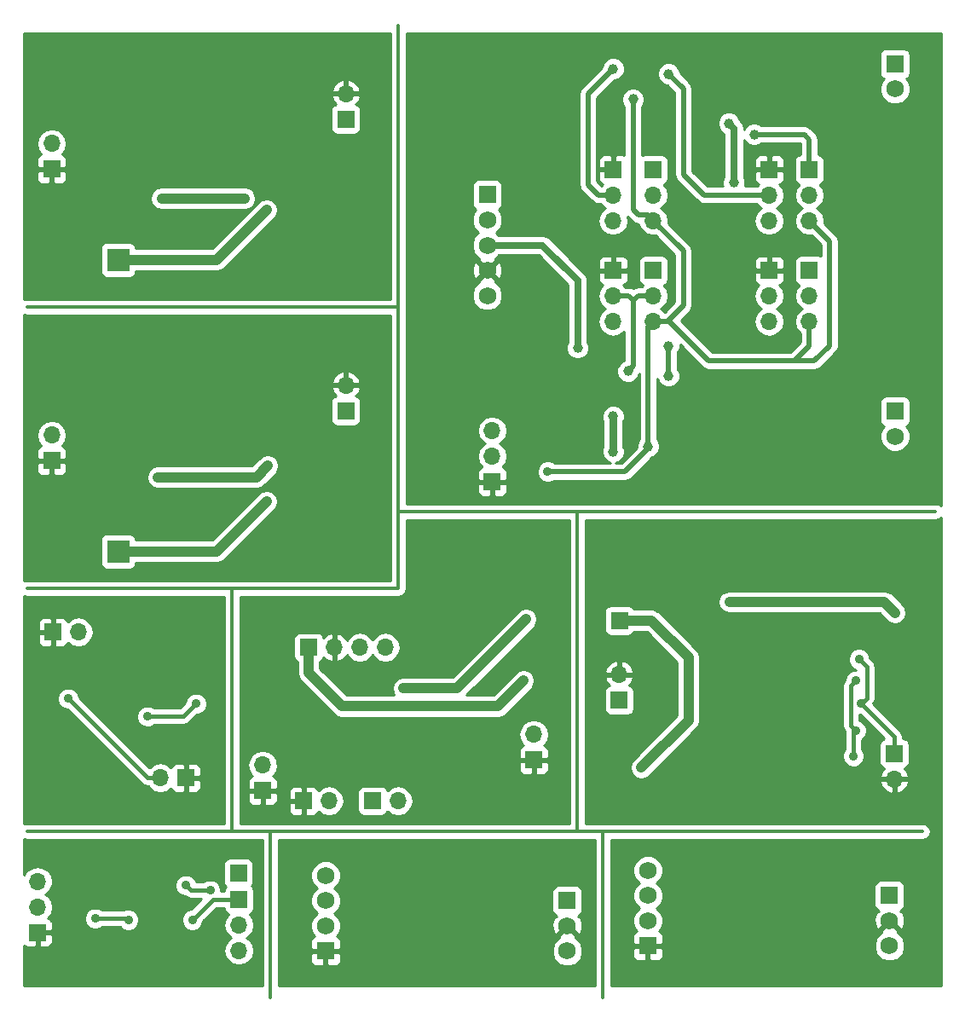
<source format=gbl>
G04 #@! TF.FileFunction,Copper,L2,Bot,Signal*
%FSLAX46Y46*%
G04 Gerber Fmt 4.6, Leading zero omitted, Abs format (unit mm)*
G04 Created by KiCad (PCBNEW 4.0.5) date 07/05/17 15:10:37*
%MOMM*%
%LPD*%
G01*
G04 APERTURE LIST*
%ADD10C,0.100000*%
%ADD11R,1.750000X1.750000*%
%ADD12C,1.750000*%
%ADD13R,1.700000X1.700000*%
%ADD14O,1.700000X1.700000*%
%ADD15R,2.235200X2.235200*%
%ADD16C,1.000000*%
%ADD17C,0.900000*%
%ADD18C,0.350000*%
%ADD19C,1.000000*%
%ADD20C,0.400000*%
%ADD21C,0.700000*%
%ADD22C,0.800000*%
%ADD23C,0.500000*%
%ADD24C,0.250000*%
%ADD25C,0.254000*%
G04 APERTURE END LIST*
D10*
D11*
X111028000Y-107956000D03*
D12*
X111028000Y-110456000D03*
X111028000Y-112956000D03*
D11*
X87028000Y-112956000D03*
D12*
X87028000Y-110456000D03*
X87028000Y-107956000D03*
X87028000Y-105456000D03*
D13*
X57023000Y-59817000D03*
D14*
X57023000Y-57277000D03*
D13*
X27813000Y-64770000D03*
D14*
X27813000Y-62230000D03*
D15*
X34417000Y-73787000D03*
X34417000Y-44831000D03*
D13*
X27813000Y-35814000D03*
D14*
X27813000Y-33274000D03*
D13*
X57023000Y-30861000D03*
D14*
X57023000Y-28321000D03*
D13*
X41148000Y-96266000D03*
D14*
X38608000Y-96266000D03*
D13*
X27940000Y-81788000D03*
D14*
X30480000Y-81788000D03*
D13*
X52832000Y-98552000D03*
D14*
X55372000Y-98552000D03*
D13*
X59690000Y-98552000D03*
D14*
X62230000Y-98552000D03*
D13*
X48768000Y-97536000D03*
D14*
X48768000Y-94996000D03*
D13*
X53340000Y-83312000D03*
D14*
X55880000Y-83312000D03*
X58420000Y-83312000D03*
X60960000Y-83312000D03*
D13*
X75692000Y-94488000D03*
D14*
X75692000Y-91948000D03*
D13*
X26416000Y-111633000D03*
D14*
X26416000Y-109093000D03*
X26416000Y-106553000D03*
D13*
X46418500Y-108331000D03*
D14*
X46418500Y-110871000D03*
X46418500Y-113411000D03*
D13*
X46355000Y-105727500D03*
D11*
X55024000Y-113464000D03*
D12*
X55024000Y-110964000D03*
X55024000Y-108464000D03*
X55024000Y-105964000D03*
D11*
X79024000Y-108464000D03*
D12*
X79024000Y-110964000D03*
X79024000Y-113464000D03*
D11*
X71072000Y-38366000D03*
D12*
X71072000Y-40866000D03*
X71072000Y-43366000D03*
X71072000Y-45866000D03*
X71072000Y-48366000D03*
D13*
X99072000Y-35866000D03*
D14*
X99072000Y-38406000D03*
X99072000Y-40946000D03*
D13*
X103072000Y-35866000D03*
D14*
X103072000Y-38406000D03*
X103072000Y-40946000D03*
D13*
X83572000Y-35866000D03*
D14*
X83572000Y-38406000D03*
X83572000Y-40946000D03*
D13*
X87572000Y-35866000D03*
D14*
X87572000Y-38406000D03*
X87572000Y-40946000D03*
D13*
X99072000Y-45866000D03*
D14*
X99072000Y-48406000D03*
X99072000Y-50946000D03*
D13*
X103072000Y-45866000D03*
D14*
X103072000Y-48406000D03*
X103072000Y-50946000D03*
D13*
X83572000Y-45866000D03*
D14*
X83572000Y-48406000D03*
X83572000Y-50946000D03*
D13*
X87572000Y-45866000D03*
D14*
X87572000Y-48406000D03*
X87572000Y-50946000D03*
D13*
X71572000Y-66866000D03*
D14*
X71572000Y-64326000D03*
X71572000Y-61786000D03*
D11*
X111572000Y-25366000D03*
D12*
X111572000Y-27866000D03*
D11*
X111572000Y-59866000D03*
D12*
X111572000Y-62366000D03*
D13*
X111506000Y-93853000D03*
D14*
X111506000Y-96393000D03*
D13*
X84175600Y-88544400D03*
D14*
X84175600Y-86004400D03*
D13*
X84201000Y-80645000D03*
D16*
X97028000Y-110456000D03*
X105528000Y-111456000D03*
D17*
X34510000Y-69596000D03*
X34510000Y-40640000D03*
X31750000Y-85598000D03*
X31115000Y-96520000D03*
X29845000Y-96520000D03*
X29845000Y-95250000D03*
X31115000Y-95250000D03*
X40894000Y-112903000D03*
D16*
X73524000Y-111964000D03*
X65024000Y-110964000D03*
X74772000Y-56866000D03*
X91972000Y-34566000D03*
X93272000Y-28366000D03*
X89372000Y-63066000D03*
D17*
X101854000Y-89916000D03*
X101854000Y-91440000D03*
X103632000Y-89916000D03*
X103632000Y-88519000D03*
X103632000Y-91440000D03*
X101854000Y-88519000D03*
X94488000Y-81534000D03*
X98973600Y-97622400D03*
X38354000Y-66421000D03*
X49276000Y-65278000D03*
X46990000Y-38735000D03*
X38735000Y-38735000D03*
X49149000Y-68834000D03*
X49149000Y-39878000D03*
X29464000Y-88392000D03*
X42164000Y-88900000D03*
X37338000Y-90170000D03*
X62738000Y-87376000D03*
X74930000Y-80518000D03*
X74676000Y-86614000D03*
X32131000Y-110236000D03*
X35433000Y-110363000D03*
X41783000Y-110363000D03*
X43561000Y-107442000D03*
X41148000Y-106934000D03*
D16*
X95572000Y-37166000D03*
X95072000Y-31266000D03*
X83572000Y-63866000D03*
X83572000Y-60366000D03*
X97572000Y-32366000D03*
D17*
X77072000Y-65866000D03*
D16*
X85572000Y-28866000D03*
X87072000Y-63366000D03*
X83572000Y-25866000D03*
X89072000Y-26366000D03*
X85072000Y-55866000D03*
X89072000Y-53366000D03*
X89072000Y-56366000D03*
X80072000Y-53566000D03*
D17*
X107696000Y-86614000D03*
X107696000Y-91567000D03*
X107442000Y-94107000D03*
X95148400Y-78790800D03*
X111556800Y-79857600D03*
X86360000Y-95250000D03*
X108000800Y-84480400D03*
X108204000Y-88900000D03*
D18*
X49530000Y-101600000D02*
X49530000Y-118110000D01*
X45720000Y-101600000D02*
X45720000Y-77470000D01*
X25400000Y-101600000D02*
X45720000Y-101600000D01*
X45720000Y-101600000D02*
X49530000Y-101600000D01*
X49530000Y-101600000D02*
X78740000Y-101600000D01*
X78740000Y-101600000D02*
X80010000Y-101600000D01*
X82550000Y-118110000D02*
X82550000Y-101600000D01*
X82550000Y-101600000D02*
X83820000Y-101600000D01*
X114300000Y-101600000D02*
X83820000Y-101600000D01*
X83820000Y-101600000D02*
X80010000Y-101600000D01*
X80010000Y-101600000D02*
X80010000Y-69850000D01*
X62230000Y-69850000D02*
X80010000Y-69850000D01*
X80010000Y-69850000D02*
X115570000Y-69850000D01*
X25400000Y-77470000D02*
X45720000Y-77470000D01*
X45720000Y-77470000D02*
X62230000Y-77470000D01*
X62230000Y-77470000D02*
X62230000Y-69850000D01*
X62230000Y-69850000D02*
X62230000Y-49530000D01*
X25400000Y-49530000D02*
X60960000Y-49530000D01*
X62230000Y-49530000D02*
X60960000Y-49530000D01*
X62230000Y-49530000D02*
X62230000Y-21590000D01*
D19*
X34510000Y-69596000D02*
X34544000Y-69596000D01*
X34510000Y-40640000D02*
X34544000Y-40640000D01*
D20*
X29845000Y-96520000D02*
X31115000Y-96520000D01*
X31115000Y-95250000D02*
X29845000Y-95250000D01*
D19*
X48133000Y-66421000D02*
X38354000Y-66421000D01*
X49276000Y-65278000D02*
X48133000Y-66421000D01*
X38735000Y-38735000D02*
X46990000Y-38735000D01*
X44196000Y-73787000D02*
X34417000Y-73787000D01*
X49149000Y-68834000D02*
X44196000Y-73787000D01*
X49149000Y-39878000D02*
X44196000Y-44831000D01*
X44196000Y-44831000D02*
X34417000Y-44831000D01*
D20*
X37338000Y-96266000D02*
X38608000Y-96266000D01*
X29464000Y-88392000D02*
X37338000Y-96266000D01*
X42164000Y-88900000D02*
X40894000Y-90170000D01*
X40894000Y-90170000D02*
X37338000Y-90170000D01*
D19*
X68072000Y-87376000D02*
X62738000Y-87376000D01*
X74930000Y-80518000D02*
X68072000Y-87376000D01*
X53340000Y-83312000D02*
X53340000Y-85852000D01*
X72136000Y-89154000D02*
X74676000Y-86614000D01*
X56642000Y-89154000D02*
X72136000Y-89154000D01*
X53340000Y-85852000D02*
X56642000Y-89154000D01*
D20*
X35306000Y-110236000D02*
X32131000Y-110236000D01*
X35433000Y-110363000D02*
X35306000Y-110236000D01*
X43815000Y-108331000D02*
X46418500Y-108331000D01*
X41783000Y-110363000D02*
X43815000Y-108331000D01*
X41656000Y-107442000D02*
X43561000Y-107442000D01*
X41148000Y-106934000D02*
X41656000Y-107442000D01*
D21*
X95572000Y-31766000D02*
X95572000Y-37166000D01*
X95072000Y-31266000D02*
X95572000Y-31766000D01*
D22*
X83572000Y-60366000D02*
X83572000Y-63866000D01*
D23*
X103072000Y-32866000D02*
X103072000Y-35866000D01*
X102572000Y-32366000D02*
X103072000Y-32866000D01*
X97572000Y-32366000D02*
X102572000Y-32366000D01*
D24*
X87072000Y-63566000D02*
X87072000Y-63366000D01*
D23*
X84772000Y-65866000D02*
X87072000Y-63566000D01*
X77072000Y-65866000D02*
X84772000Y-65866000D01*
D24*
X103072000Y-40946000D02*
X102992000Y-40946000D01*
D23*
X86992000Y-40366000D02*
X86072000Y-40366000D01*
X86072000Y-40366000D02*
X85572000Y-39866000D01*
X85572000Y-39866000D02*
X85572000Y-28866000D01*
X101572000Y-54866000D02*
X103572000Y-54866000D01*
X105072000Y-42946000D02*
X103072000Y-40946000D01*
X105072000Y-53366000D02*
X105072000Y-42946000D01*
X103572000Y-54866000D02*
X105072000Y-53366000D01*
X87572000Y-50946000D02*
X88992000Y-50946000D01*
X90572000Y-43946000D02*
X87572000Y-40946000D01*
X90572000Y-49366000D02*
X90572000Y-43946000D01*
X88992000Y-50946000D02*
X90572000Y-49366000D01*
D24*
X87572000Y-50946000D02*
X89152000Y-50946000D01*
D23*
X103072000Y-53366000D02*
X103072000Y-50946000D01*
X101572000Y-54866000D02*
X103072000Y-53366000D01*
X93072000Y-54866000D02*
X101572000Y-54866000D01*
X89152000Y-50946000D02*
X93072000Y-54866000D01*
X87072000Y-63366000D02*
X87072000Y-51446000D01*
D24*
X87072000Y-51446000D02*
X87572000Y-50946000D01*
D23*
X82112000Y-38406000D02*
X83572000Y-38406000D01*
X81072000Y-37366000D02*
X82112000Y-38406000D01*
X81072000Y-28366000D02*
X81072000Y-37366000D01*
X83572000Y-25866000D02*
X81072000Y-28366000D01*
X92612000Y-38406000D02*
X99072000Y-38406000D01*
X90572000Y-36366000D02*
X92612000Y-38406000D01*
X90572000Y-27866000D02*
X90572000Y-36366000D01*
X89072000Y-26366000D02*
X90572000Y-27866000D01*
X85572000Y-48866000D02*
X86072000Y-48366000D01*
X86072000Y-48366000D02*
X87532000Y-48366000D01*
D24*
X87532000Y-48366000D02*
X87572000Y-48406000D01*
D23*
X85112000Y-48406000D02*
X83572000Y-48406000D01*
X85572000Y-48866000D02*
X85112000Y-48406000D01*
X85572000Y-55366000D02*
X85572000Y-48866000D01*
X85072000Y-55866000D02*
X85572000Y-55366000D01*
X89072000Y-56366000D02*
X89072000Y-53366000D01*
D21*
X76572000Y-43366000D02*
X71072000Y-43366000D01*
X80072000Y-46866000D02*
X76572000Y-43366000D01*
X80072000Y-53566000D02*
X80072000Y-46866000D01*
D20*
X107188000Y-91059000D02*
X107696000Y-91567000D01*
X107188000Y-87122000D02*
X107188000Y-91059000D01*
X107696000Y-86614000D02*
X107188000Y-87122000D01*
X107696000Y-91567000D02*
X107442000Y-91821000D01*
X107442000Y-91821000D02*
X107442000Y-94107000D01*
D19*
X110490000Y-78790800D02*
X95148400Y-78790800D01*
X111556800Y-79857600D02*
X110490000Y-78790800D01*
X84201000Y-80645000D02*
X87376000Y-80645000D01*
X91059000Y-90551000D02*
X86360000Y-95250000D01*
X91059000Y-84328000D02*
X91059000Y-90551000D01*
X87376000Y-80645000D02*
X91059000Y-84328000D01*
D20*
X108762800Y-88341200D02*
X108204000Y-88900000D01*
X108762800Y-85242400D02*
X108762800Y-88341200D01*
X108000800Y-84480400D02*
X108762800Y-85242400D01*
X111506000Y-92202000D02*
X111506000Y-93853000D01*
X108204000Y-88900000D02*
X111506000Y-92202000D01*
D25*
G36*
X116130000Y-116892000D02*
X83360000Y-116892000D01*
X83360000Y-113241750D01*
X85518000Y-113241750D01*
X85518000Y-113957309D01*
X85614673Y-114190698D01*
X85793301Y-114369327D01*
X86026690Y-114466000D01*
X86742250Y-114466000D01*
X86901000Y-114307250D01*
X86901000Y-113083000D01*
X87155000Y-113083000D01*
X87155000Y-114307250D01*
X87313750Y-114466000D01*
X88029310Y-114466000D01*
X88262699Y-114369327D01*
X88441327Y-114190698D01*
X88538000Y-113957309D01*
X88538000Y-113255040D01*
X109517738Y-113255040D01*
X109747138Y-113810229D01*
X110171537Y-114235370D01*
X110726325Y-114465738D01*
X111327040Y-114466262D01*
X111882229Y-114236862D01*
X112307370Y-113812463D01*
X112537738Y-113257675D01*
X112538262Y-112656960D01*
X112308862Y-112101771D01*
X111884463Y-111676630D01*
X111861531Y-111667108D01*
X111910455Y-111518060D01*
X111028000Y-110635605D01*
X110145545Y-111518060D01*
X110194318Y-111666648D01*
X110173771Y-111675138D01*
X109748630Y-112099537D01*
X109518262Y-112654325D01*
X109517738Y-113255040D01*
X88538000Y-113255040D01*
X88538000Y-113241750D01*
X88379250Y-113083000D01*
X87155000Y-113083000D01*
X86901000Y-113083000D01*
X85676750Y-113083000D01*
X85518000Y-113241750D01*
X83360000Y-113241750D01*
X83360000Y-105755040D01*
X85517738Y-105755040D01*
X85747138Y-106310229D01*
X86142536Y-106706318D01*
X85748630Y-107099537D01*
X85518262Y-107654325D01*
X85517738Y-108255040D01*
X85747138Y-108810229D01*
X86142536Y-109206318D01*
X85748630Y-109599537D01*
X85518262Y-110154325D01*
X85517738Y-110755040D01*
X85747138Y-111310229D01*
X85924802Y-111488203D01*
X85793301Y-111542673D01*
X85614673Y-111721302D01*
X85518000Y-111954691D01*
X85518000Y-112670250D01*
X85676750Y-112829000D01*
X86901000Y-112829000D01*
X86901000Y-112809000D01*
X87155000Y-112809000D01*
X87155000Y-112829000D01*
X88379250Y-112829000D01*
X88538000Y-112670250D01*
X88538000Y-111954691D01*
X88441327Y-111721302D01*
X88262699Y-111542673D01*
X88131286Y-111488240D01*
X88307370Y-111312463D01*
X88537738Y-110757675D01*
X88538262Y-110156960D01*
X88308862Y-109601771D01*
X87913464Y-109205682D01*
X88307370Y-108812463D01*
X88537738Y-108257675D01*
X88538262Y-107656960D01*
X88308862Y-107101771D01*
X88288128Y-107081000D01*
X109505560Y-107081000D01*
X109505560Y-108831000D01*
X109549838Y-109066317D01*
X109688910Y-109282441D01*
X109890226Y-109419994D01*
X109851306Y-109458914D01*
X109965938Y-109573546D01*
X109712047Y-109656884D01*
X109506410Y-110221306D01*
X109532421Y-110821458D01*
X109712047Y-111255116D01*
X109965940Y-111338455D01*
X110848395Y-110456000D01*
X110834253Y-110441858D01*
X111013858Y-110262253D01*
X111028000Y-110276395D01*
X111042143Y-110262253D01*
X111221748Y-110441858D01*
X111207605Y-110456000D01*
X112090060Y-111338455D01*
X112343953Y-111255116D01*
X112549590Y-110690694D01*
X112523579Y-110090542D01*
X112343953Y-109656884D01*
X112090062Y-109573546D01*
X112204694Y-109458914D01*
X112163644Y-109417864D01*
X112354441Y-109295090D01*
X112499431Y-109082890D01*
X112550440Y-108831000D01*
X112550440Y-107081000D01*
X112506162Y-106845683D01*
X112367090Y-106629559D01*
X112154890Y-106484569D01*
X111903000Y-106433560D01*
X110153000Y-106433560D01*
X109917683Y-106477838D01*
X109701559Y-106616910D01*
X109556569Y-106829110D01*
X109505560Y-107081000D01*
X88288128Y-107081000D01*
X87913464Y-106705682D01*
X88307370Y-106312463D01*
X88537738Y-105757675D01*
X88538262Y-105156960D01*
X88308862Y-104601771D01*
X87884463Y-104176630D01*
X87329675Y-103946262D01*
X86728960Y-103945738D01*
X86173771Y-104175138D01*
X85748630Y-104599537D01*
X85518262Y-105154325D01*
X85517738Y-105755040D01*
X83360000Y-105755040D01*
X83360000Y-102410000D01*
X114300000Y-102410000D01*
X114609974Y-102348342D01*
X114872756Y-102172756D01*
X115048342Y-101909974D01*
X115110000Y-101600000D01*
X115048342Y-101290026D01*
X114872756Y-101027244D01*
X114609974Y-100851658D01*
X114300000Y-100790000D01*
X80820000Y-100790000D01*
X80820000Y-96749890D01*
X110064524Y-96749890D01*
X110234355Y-97159924D01*
X110624642Y-97588183D01*
X111149108Y-97834486D01*
X111379000Y-97713819D01*
X111379000Y-96520000D01*
X111633000Y-96520000D01*
X111633000Y-97713819D01*
X111862892Y-97834486D01*
X112387358Y-97588183D01*
X112777645Y-97159924D01*
X112947476Y-96749890D01*
X112826155Y-96520000D01*
X111633000Y-96520000D01*
X111379000Y-96520000D01*
X110185845Y-96520000D01*
X110064524Y-96749890D01*
X80820000Y-96749890D01*
X80820000Y-87694400D01*
X82678160Y-87694400D01*
X82678160Y-89394400D01*
X82722438Y-89629717D01*
X82861510Y-89845841D01*
X83073710Y-89990831D01*
X83325600Y-90041840D01*
X85025600Y-90041840D01*
X85260917Y-89997562D01*
X85477041Y-89858490D01*
X85622031Y-89646290D01*
X85673040Y-89394400D01*
X85673040Y-87694400D01*
X85628762Y-87459083D01*
X85489690Y-87242959D01*
X85277490Y-87097969D01*
X85169493Y-87076099D01*
X85447245Y-86771324D01*
X85617076Y-86361290D01*
X85495755Y-86131400D01*
X84302600Y-86131400D01*
X84302600Y-86151400D01*
X84048600Y-86151400D01*
X84048600Y-86131400D01*
X82855445Y-86131400D01*
X82734124Y-86361290D01*
X82903955Y-86771324D01*
X83180101Y-87074337D01*
X83090283Y-87091238D01*
X82874159Y-87230310D01*
X82729169Y-87442510D01*
X82678160Y-87694400D01*
X80820000Y-87694400D01*
X80820000Y-85647510D01*
X82734124Y-85647510D01*
X82855445Y-85877400D01*
X84048600Y-85877400D01*
X84048600Y-84683581D01*
X84302600Y-84683581D01*
X84302600Y-85877400D01*
X85495755Y-85877400D01*
X85617076Y-85647510D01*
X85447245Y-85237476D01*
X85056958Y-84809217D01*
X84532492Y-84562914D01*
X84302600Y-84683581D01*
X84048600Y-84683581D01*
X83818708Y-84562914D01*
X83294242Y-84809217D01*
X82903955Y-85237476D01*
X82734124Y-85647510D01*
X80820000Y-85647510D01*
X80820000Y-79795000D01*
X82703560Y-79795000D01*
X82703560Y-81495000D01*
X82747838Y-81730317D01*
X82886910Y-81946441D01*
X83099110Y-82091431D01*
X83351000Y-82142440D01*
X85051000Y-82142440D01*
X85286317Y-82098162D01*
X85502441Y-81959090D01*
X85624808Y-81780000D01*
X86905868Y-81780000D01*
X89924000Y-84798133D01*
X89924000Y-90080867D01*
X85557434Y-94447434D01*
X85311397Y-94815655D01*
X85225000Y-95250000D01*
X85311397Y-95684345D01*
X85557434Y-96052566D01*
X85925655Y-96298603D01*
X86360000Y-96385000D01*
X86794345Y-96298603D01*
X87162566Y-96052566D01*
X91861567Y-91353566D01*
X92107604Y-90985345D01*
X92194000Y-90551000D01*
X92194000Y-87122000D01*
X106353000Y-87122000D01*
X106353000Y-91059000D01*
X106416561Y-91378541D01*
X106564270Y-91599603D01*
X106597566Y-91649434D01*
X106610916Y-91662784D01*
X106610812Y-91781873D01*
X106613492Y-91788360D01*
X106607000Y-91821000D01*
X106607000Y-93407460D01*
X106522718Y-93491595D01*
X106357189Y-93890233D01*
X106356812Y-94321873D01*
X106521646Y-94720800D01*
X106826595Y-95026282D01*
X107225233Y-95191811D01*
X107656873Y-95192188D01*
X108055800Y-95027354D01*
X108361282Y-94722405D01*
X108526811Y-94323767D01*
X108527188Y-93892127D01*
X108362354Y-93493200D01*
X108277000Y-93407697D01*
X108277000Y-92500907D01*
X108309800Y-92487354D01*
X108615282Y-92182405D01*
X108780811Y-91783767D01*
X108781188Y-91352127D01*
X108616354Y-90953200D01*
X108311405Y-90647718D01*
X108023000Y-90527962D01*
X108023000Y-89984842D01*
X108108049Y-89984917D01*
X110506771Y-92383639D01*
X110420683Y-92399838D01*
X110204559Y-92538910D01*
X110059569Y-92751110D01*
X110008560Y-93003000D01*
X110008560Y-94703000D01*
X110052838Y-94938317D01*
X110191910Y-95154441D01*
X110404110Y-95299431D01*
X110512107Y-95321301D01*
X110234355Y-95626076D01*
X110064524Y-96036110D01*
X110185845Y-96266000D01*
X111379000Y-96266000D01*
X111379000Y-96246000D01*
X111633000Y-96246000D01*
X111633000Y-96266000D01*
X112826155Y-96266000D01*
X112947476Y-96036110D01*
X112777645Y-95626076D01*
X112501499Y-95323063D01*
X112591317Y-95306162D01*
X112807441Y-95167090D01*
X112952431Y-94954890D01*
X113003440Y-94703000D01*
X113003440Y-93003000D01*
X112959162Y-92767683D01*
X112820090Y-92551559D01*
X112607890Y-92406569D01*
X112356000Y-92355560D01*
X112341000Y-92355560D01*
X112341000Y-92202000D01*
X112277439Y-91882459D01*
X112096434Y-91611566D01*
X109378576Y-88893708D01*
X109534240Y-88660740D01*
X109597800Y-88341200D01*
X109597800Y-85242400D01*
X109575555Y-85130567D01*
X109534240Y-84922860D01*
X109353234Y-84651966D01*
X109085884Y-84384616D01*
X109085988Y-84265527D01*
X108921154Y-83866600D01*
X108616205Y-83561118D01*
X108217567Y-83395589D01*
X107785927Y-83395212D01*
X107387000Y-83560046D01*
X107081518Y-83864995D01*
X106915989Y-84263633D01*
X106915612Y-84695273D01*
X107080446Y-85094200D01*
X107385395Y-85399682D01*
X107696828Y-85529000D01*
X107481127Y-85528812D01*
X107082200Y-85693646D01*
X106776718Y-85998595D01*
X106611189Y-86397233D01*
X106611083Y-86518048D01*
X106597566Y-86531566D01*
X106416561Y-86802459D01*
X106353000Y-87122000D01*
X92194000Y-87122000D01*
X92194000Y-84328000D01*
X92167218Y-84193358D01*
X92107604Y-83893655D01*
X91861567Y-83525434D01*
X88178566Y-79842434D01*
X87988497Y-79715434D01*
X87810346Y-79596397D01*
X87376000Y-79510000D01*
X85622192Y-79510000D01*
X85515090Y-79343559D01*
X85302890Y-79198569D01*
X85051000Y-79147560D01*
X83351000Y-79147560D01*
X83115683Y-79191838D01*
X82899559Y-79330910D01*
X82754569Y-79543110D01*
X82703560Y-79795000D01*
X80820000Y-79795000D01*
X80820000Y-78790800D01*
X94013400Y-78790800D01*
X94099797Y-79225146D01*
X94345834Y-79593366D01*
X94714054Y-79839403D01*
X95148400Y-79925800D01*
X110019868Y-79925800D01*
X110754234Y-80660166D01*
X111122455Y-80906203D01*
X111556800Y-80992600D01*
X111991145Y-80906203D01*
X112359366Y-80660166D01*
X112605403Y-80291945D01*
X112691800Y-79857600D01*
X112605403Y-79423255D01*
X112359366Y-79055034D01*
X111292566Y-77988234D01*
X111116284Y-77870446D01*
X110924346Y-77742197D01*
X110490000Y-77655800D01*
X95148400Y-77655800D01*
X94714054Y-77742197D01*
X94345834Y-77988234D01*
X94099797Y-78356454D01*
X94013400Y-78790800D01*
X80820000Y-78790800D01*
X80820000Y-70660000D01*
X115570000Y-70660000D01*
X115879974Y-70598342D01*
X116130000Y-70431279D01*
X116130000Y-116892000D01*
X116130000Y-116892000D01*
G37*
X116130000Y-116892000D02*
X83360000Y-116892000D01*
X83360000Y-113241750D01*
X85518000Y-113241750D01*
X85518000Y-113957309D01*
X85614673Y-114190698D01*
X85793301Y-114369327D01*
X86026690Y-114466000D01*
X86742250Y-114466000D01*
X86901000Y-114307250D01*
X86901000Y-113083000D01*
X87155000Y-113083000D01*
X87155000Y-114307250D01*
X87313750Y-114466000D01*
X88029310Y-114466000D01*
X88262699Y-114369327D01*
X88441327Y-114190698D01*
X88538000Y-113957309D01*
X88538000Y-113255040D01*
X109517738Y-113255040D01*
X109747138Y-113810229D01*
X110171537Y-114235370D01*
X110726325Y-114465738D01*
X111327040Y-114466262D01*
X111882229Y-114236862D01*
X112307370Y-113812463D01*
X112537738Y-113257675D01*
X112538262Y-112656960D01*
X112308862Y-112101771D01*
X111884463Y-111676630D01*
X111861531Y-111667108D01*
X111910455Y-111518060D01*
X111028000Y-110635605D01*
X110145545Y-111518060D01*
X110194318Y-111666648D01*
X110173771Y-111675138D01*
X109748630Y-112099537D01*
X109518262Y-112654325D01*
X109517738Y-113255040D01*
X88538000Y-113255040D01*
X88538000Y-113241750D01*
X88379250Y-113083000D01*
X87155000Y-113083000D01*
X86901000Y-113083000D01*
X85676750Y-113083000D01*
X85518000Y-113241750D01*
X83360000Y-113241750D01*
X83360000Y-105755040D01*
X85517738Y-105755040D01*
X85747138Y-106310229D01*
X86142536Y-106706318D01*
X85748630Y-107099537D01*
X85518262Y-107654325D01*
X85517738Y-108255040D01*
X85747138Y-108810229D01*
X86142536Y-109206318D01*
X85748630Y-109599537D01*
X85518262Y-110154325D01*
X85517738Y-110755040D01*
X85747138Y-111310229D01*
X85924802Y-111488203D01*
X85793301Y-111542673D01*
X85614673Y-111721302D01*
X85518000Y-111954691D01*
X85518000Y-112670250D01*
X85676750Y-112829000D01*
X86901000Y-112829000D01*
X86901000Y-112809000D01*
X87155000Y-112809000D01*
X87155000Y-112829000D01*
X88379250Y-112829000D01*
X88538000Y-112670250D01*
X88538000Y-111954691D01*
X88441327Y-111721302D01*
X88262699Y-111542673D01*
X88131286Y-111488240D01*
X88307370Y-111312463D01*
X88537738Y-110757675D01*
X88538262Y-110156960D01*
X88308862Y-109601771D01*
X87913464Y-109205682D01*
X88307370Y-108812463D01*
X88537738Y-108257675D01*
X88538262Y-107656960D01*
X88308862Y-107101771D01*
X88288128Y-107081000D01*
X109505560Y-107081000D01*
X109505560Y-108831000D01*
X109549838Y-109066317D01*
X109688910Y-109282441D01*
X109890226Y-109419994D01*
X109851306Y-109458914D01*
X109965938Y-109573546D01*
X109712047Y-109656884D01*
X109506410Y-110221306D01*
X109532421Y-110821458D01*
X109712047Y-111255116D01*
X109965940Y-111338455D01*
X110848395Y-110456000D01*
X110834253Y-110441858D01*
X111013858Y-110262253D01*
X111028000Y-110276395D01*
X111042143Y-110262253D01*
X111221748Y-110441858D01*
X111207605Y-110456000D01*
X112090060Y-111338455D01*
X112343953Y-111255116D01*
X112549590Y-110690694D01*
X112523579Y-110090542D01*
X112343953Y-109656884D01*
X112090062Y-109573546D01*
X112204694Y-109458914D01*
X112163644Y-109417864D01*
X112354441Y-109295090D01*
X112499431Y-109082890D01*
X112550440Y-108831000D01*
X112550440Y-107081000D01*
X112506162Y-106845683D01*
X112367090Y-106629559D01*
X112154890Y-106484569D01*
X111903000Y-106433560D01*
X110153000Y-106433560D01*
X109917683Y-106477838D01*
X109701559Y-106616910D01*
X109556569Y-106829110D01*
X109505560Y-107081000D01*
X88288128Y-107081000D01*
X87913464Y-106705682D01*
X88307370Y-106312463D01*
X88537738Y-105757675D01*
X88538262Y-105156960D01*
X88308862Y-104601771D01*
X87884463Y-104176630D01*
X87329675Y-103946262D01*
X86728960Y-103945738D01*
X86173771Y-104175138D01*
X85748630Y-104599537D01*
X85518262Y-105154325D01*
X85517738Y-105755040D01*
X83360000Y-105755040D01*
X83360000Y-102410000D01*
X114300000Y-102410000D01*
X114609974Y-102348342D01*
X114872756Y-102172756D01*
X115048342Y-101909974D01*
X115110000Y-101600000D01*
X115048342Y-101290026D01*
X114872756Y-101027244D01*
X114609974Y-100851658D01*
X114300000Y-100790000D01*
X80820000Y-100790000D01*
X80820000Y-96749890D01*
X110064524Y-96749890D01*
X110234355Y-97159924D01*
X110624642Y-97588183D01*
X111149108Y-97834486D01*
X111379000Y-97713819D01*
X111379000Y-96520000D01*
X111633000Y-96520000D01*
X111633000Y-97713819D01*
X111862892Y-97834486D01*
X112387358Y-97588183D01*
X112777645Y-97159924D01*
X112947476Y-96749890D01*
X112826155Y-96520000D01*
X111633000Y-96520000D01*
X111379000Y-96520000D01*
X110185845Y-96520000D01*
X110064524Y-96749890D01*
X80820000Y-96749890D01*
X80820000Y-87694400D01*
X82678160Y-87694400D01*
X82678160Y-89394400D01*
X82722438Y-89629717D01*
X82861510Y-89845841D01*
X83073710Y-89990831D01*
X83325600Y-90041840D01*
X85025600Y-90041840D01*
X85260917Y-89997562D01*
X85477041Y-89858490D01*
X85622031Y-89646290D01*
X85673040Y-89394400D01*
X85673040Y-87694400D01*
X85628762Y-87459083D01*
X85489690Y-87242959D01*
X85277490Y-87097969D01*
X85169493Y-87076099D01*
X85447245Y-86771324D01*
X85617076Y-86361290D01*
X85495755Y-86131400D01*
X84302600Y-86131400D01*
X84302600Y-86151400D01*
X84048600Y-86151400D01*
X84048600Y-86131400D01*
X82855445Y-86131400D01*
X82734124Y-86361290D01*
X82903955Y-86771324D01*
X83180101Y-87074337D01*
X83090283Y-87091238D01*
X82874159Y-87230310D01*
X82729169Y-87442510D01*
X82678160Y-87694400D01*
X80820000Y-87694400D01*
X80820000Y-85647510D01*
X82734124Y-85647510D01*
X82855445Y-85877400D01*
X84048600Y-85877400D01*
X84048600Y-84683581D01*
X84302600Y-84683581D01*
X84302600Y-85877400D01*
X85495755Y-85877400D01*
X85617076Y-85647510D01*
X85447245Y-85237476D01*
X85056958Y-84809217D01*
X84532492Y-84562914D01*
X84302600Y-84683581D01*
X84048600Y-84683581D01*
X83818708Y-84562914D01*
X83294242Y-84809217D01*
X82903955Y-85237476D01*
X82734124Y-85647510D01*
X80820000Y-85647510D01*
X80820000Y-79795000D01*
X82703560Y-79795000D01*
X82703560Y-81495000D01*
X82747838Y-81730317D01*
X82886910Y-81946441D01*
X83099110Y-82091431D01*
X83351000Y-82142440D01*
X85051000Y-82142440D01*
X85286317Y-82098162D01*
X85502441Y-81959090D01*
X85624808Y-81780000D01*
X86905868Y-81780000D01*
X89924000Y-84798133D01*
X89924000Y-90080867D01*
X85557434Y-94447434D01*
X85311397Y-94815655D01*
X85225000Y-95250000D01*
X85311397Y-95684345D01*
X85557434Y-96052566D01*
X85925655Y-96298603D01*
X86360000Y-96385000D01*
X86794345Y-96298603D01*
X87162566Y-96052566D01*
X91861567Y-91353566D01*
X92107604Y-90985345D01*
X92194000Y-90551000D01*
X92194000Y-87122000D01*
X106353000Y-87122000D01*
X106353000Y-91059000D01*
X106416561Y-91378541D01*
X106564270Y-91599603D01*
X106597566Y-91649434D01*
X106610916Y-91662784D01*
X106610812Y-91781873D01*
X106613492Y-91788360D01*
X106607000Y-91821000D01*
X106607000Y-93407460D01*
X106522718Y-93491595D01*
X106357189Y-93890233D01*
X106356812Y-94321873D01*
X106521646Y-94720800D01*
X106826595Y-95026282D01*
X107225233Y-95191811D01*
X107656873Y-95192188D01*
X108055800Y-95027354D01*
X108361282Y-94722405D01*
X108526811Y-94323767D01*
X108527188Y-93892127D01*
X108362354Y-93493200D01*
X108277000Y-93407697D01*
X108277000Y-92500907D01*
X108309800Y-92487354D01*
X108615282Y-92182405D01*
X108780811Y-91783767D01*
X108781188Y-91352127D01*
X108616354Y-90953200D01*
X108311405Y-90647718D01*
X108023000Y-90527962D01*
X108023000Y-89984842D01*
X108108049Y-89984917D01*
X110506771Y-92383639D01*
X110420683Y-92399838D01*
X110204559Y-92538910D01*
X110059569Y-92751110D01*
X110008560Y-93003000D01*
X110008560Y-94703000D01*
X110052838Y-94938317D01*
X110191910Y-95154441D01*
X110404110Y-95299431D01*
X110512107Y-95321301D01*
X110234355Y-95626076D01*
X110064524Y-96036110D01*
X110185845Y-96266000D01*
X111379000Y-96266000D01*
X111379000Y-96246000D01*
X111633000Y-96246000D01*
X111633000Y-96266000D01*
X112826155Y-96266000D01*
X112947476Y-96036110D01*
X112777645Y-95626076D01*
X112501499Y-95323063D01*
X112591317Y-95306162D01*
X112807441Y-95167090D01*
X112952431Y-94954890D01*
X113003440Y-94703000D01*
X113003440Y-93003000D01*
X112959162Y-92767683D01*
X112820090Y-92551559D01*
X112607890Y-92406569D01*
X112356000Y-92355560D01*
X112341000Y-92355560D01*
X112341000Y-92202000D01*
X112277439Y-91882459D01*
X112096434Y-91611566D01*
X109378576Y-88893708D01*
X109534240Y-88660740D01*
X109597800Y-88341200D01*
X109597800Y-85242400D01*
X109575555Y-85130567D01*
X109534240Y-84922860D01*
X109353234Y-84651966D01*
X109085884Y-84384616D01*
X109085988Y-84265527D01*
X108921154Y-83866600D01*
X108616205Y-83561118D01*
X108217567Y-83395589D01*
X107785927Y-83395212D01*
X107387000Y-83560046D01*
X107081518Y-83864995D01*
X106915989Y-84263633D01*
X106915612Y-84695273D01*
X107080446Y-85094200D01*
X107385395Y-85399682D01*
X107696828Y-85529000D01*
X107481127Y-85528812D01*
X107082200Y-85693646D01*
X106776718Y-85998595D01*
X106611189Y-86397233D01*
X106611083Y-86518048D01*
X106597566Y-86531566D01*
X106416561Y-86802459D01*
X106353000Y-87122000D01*
X92194000Y-87122000D01*
X92194000Y-84328000D01*
X92167218Y-84193358D01*
X92107604Y-83893655D01*
X91861567Y-83525434D01*
X88178566Y-79842434D01*
X87988497Y-79715434D01*
X87810346Y-79596397D01*
X87376000Y-79510000D01*
X85622192Y-79510000D01*
X85515090Y-79343559D01*
X85302890Y-79198569D01*
X85051000Y-79147560D01*
X83351000Y-79147560D01*
X83115683Y-79191838D01*
X82899559Y-79330910D01*
X82754569Y-79543110D01*
X82703560Y-79795000D01*
X80820000Y-79795000D01*
X80820000Y-78790800D01*
X94013400Y-78790800D01*
X94099797Y-79225146D01*
X94345834Y-79593366D01*
X94714054Y-79839403D01*
X95148400Y-79925800D01*
X110019868Y-79925800D01*
X110754234Y-80660166D01*
X111122455Y-80906203D01*
X111556800Y-80992600D01*
X111991145Y-80906203D01*
X112359366Y-80660166D01*
X112605403Y-80291945D01*
X112691800Y-79857600D01*
X112605403Y-79423255D01*
X112359366Y-79055034D01*
X111292566Y-77988234D01*
X111116284Y-77870446D01*
X110924346Y-77742197D01*
X110490000Y-77655800D01*
X95148400Y-77655800D01*
X94714054Y-77742197D01*
X94345834Y-77988234D01*
X94099797Y-78356454D01*
X94013400Y-78790800D01*
X80820000Y-78790800D01*
X80820000Y-70660000D01*
X115570000Y-70660000D01*
X115879974Y-70598342D01*
X116130000Y-70431279D01*
X116130000Y-116892000D01*
G36*
X81740000Y-116892000D02*
X50340000Y-116892000D01*
X50340000Y-113749750D01*
X53514000Y-113749750D01*
X53514000Y-114465309D01*
X53610673Y-114698698D01*
X53789301Y-114877327D01*
X54022690Y-114974000D01*
X54738250Y-114974000D01*
X54897000Y-114815250D01*
X54897000Y-113591000D01*
X55151000Y-113591000D01*
X55151000Y-114815250D01*
X55309750Y-114974000D01*
X56025310Y-114974000D01*
X56258699Y-114877327D01*
X56437327Y-114698698D01*
X56534000Y-114465309D01*
X56534000Y-113763040D01*
X77513738Y-113763040D01*
X77743138Y-114318229D01*
X78167537Y-114743370D01*
X78722325Y-114973738D01*
X79323040Y-114974262D01*
X79878229Y-114744862D01*
X80303370Y-114320463D01*
X80533738Y-113765675D01*
X80534262Y-113164960D01*
X80304862Y-112609771D01*
X79880463Y-112184630D01*
X79857531Y-112175108D01*
X79906455Y-112026060D01*
X79024000Y-111143605D01*
X78141545Y-112026060D01*
X78190318Y-112174648D01*
X78169771Y-112183138D01*
X77744630Y-112607537D01*
X77514262Y-113162325D01*
X77513738Y-113763040D01*
X56534000Y-113763040D01*
X56534000Y-113749750D01*
X56375250Y-113591000D01*
X55151000Y-113591000D01*
X54897000Y-113591000D01*
X53672750Y-113591000D01*
X53514000Y-113749750D01*
X50340000Y-113749750D01*
X50340000Y-106263040D01*
X53513738Y-106263040D01*
X53743138Y-106818229D01*
X54138536Y-107214318D01*
X53744630Y-107607537D01*
X53514262Y-108162325D01*
X53513738Y-108763040D01*
X53743138Y-109318229D01*
X54138536Y-109714318D01*
X53744630Y-110107537D01*
X53514262Y-110662325D01*
X53513738Y-111263040D01*
X53743138Y-111818229D01*
X53920802Y-111996203D01*
X53789301Y-112050673D01*
X53610673Y-112229302D01*
X53514000Y-112462691D01*
X53514000Y-113178250D01*
X53672750Y-113337000D01*
X54897000Y-113337000D01*
X54897000Y-113317000D01*
X55151000Y-113317000D01*
X55151000Y-113337000D01*
X56375250Y-113337000D01*
X56534000Y-113178250D01*
X56534000Y-112462691D01*
X56437327Y-112229302D01*
X56258699Y-112050673D01*
X56127286Y-111996240D01*
X56303370Y-111820463D01*
X56533738Y-111265675D01*
X56534262Y-110664960D01*
X56304862Y-110109771D01*
X55909464Y-109713682D01*
X56303370Y-109320463D01*
X56533738Y-108765675D01*
X56534262Y-108164960D01*
X56304862Y-107609771D01*
X56284128Y-107589000D01*
X77501560Y-107589000D01*
X77501560Y-109339000D01*
X77545838Y-109574317D01*
X77684910Y-109790441D01*
X77886226Y-109927994D01*
X77847306Y-109966914D01*
X77961938Y-110081546D01*
X77708047Y-110164884D01*
X77502410Y-110729306D01*
X77528421Y-111329458D01*
X77708047Y-111763116D01*
X77961940Y-111846455D01*
X78844395Y-110964000D01*
X78830253Y-110949858D01*
X79009858Y-110770253D01*
X79024000Y-110784395D01*
X79038143Y-110770253D01*
X79217748Y-110949858D01*
X79203605Y-110964000D01*
X80086060Y-111846455D01*
X80339953Y-111763116D01*
X80545590Y-111198694D01*
X80519579Y-110598542D01*
X80339953Y-110164884D01*
X80086062Y-110081546D01*
X80200694Y-109966914D01*
X80159644Y-109925864D01*
X80350441Y-109803090D01*
X80495431Y-109590890D01*
X80546440Y-109339000D01*
X80546440Y-107589000D01*
X80502162Y-107353683D01*
X80363090Y-107137559D01*
X80150890Y-106992569D01*
X79899000Y-106941560D01*
X78149000Y-106941560D01*
X77913683Y-106985838D01*
X77697559Y-107124910D01*
X77552569Y-107337110D01*
X77501560Y-107589000D01*
X56284128Y-107589000D01*
X55909464Y-107213682D01*
X56303370Y-106820463D01*
X56533738Y-106265675D01*
X56534262Y-105664960D01*
X56304862Y-105109771D01*
X55880463Y-104684630D01*
X55325675Y-104454262D01*
X54724960Y-104453738D01*
X54169771Y-104683138D01*
X53744630Y-105107537D01*
X53514262Y-105662325D01*
X53513738Y-106263040D01*
X50340000Y-106263040D01*
X50340000Y-102410000D01*
X81740000Y-102410000D01*
X81740000Y-116892000D01*
X81740000Y-116892000D01*
G37*
X81740000Y-116892000D02*
X50340000Y-116892000D01*
X50340000Y-113749750D01*
X53514000Y-113749750D01*
X53514000Y-114465309D01*
X53610673Y-114698698D01*
X53789301Y-114877327D01*
X54022690Y-114974000D01*
X54738250Y-114974000D01*
X54897000Y-114815250D01*
X54897000Y-113591000D01*
X55151000Y-113591000D01*
X55151000Y-114815250D01*
X55309750Y-114974000D01*
X56025310Y-114974000D01*
X56258699Y-114877327D01*
X56437327Y-114698698D01*
X56534000Y-114465309D01*
X56534000Y-113763040D01*
X77513738Y-113763040D01*
X77743138Y-114318229D01*
X78167537Y-114743370D01*
X78722325Y-114973738D01*
X79323040Y-114974262D01*
X79878229Y-114744862D01*
X80303370Y-114320463D01*
X80533738Y-113765675D01*
X80534262Y-113164960D01*
X80304862Y-112609771D01*
X79880463Y-112184630D01*
X79857531Y-112175108D01*
X79906455Y-112026060D01*
X79024000Y-111143605D01*
X78141545Y-112026060D01*
X78190318Y-112174648D01*
X78169771Y-112183138D01*
X77744630Y-112607537D01*
X77514262Y-113162325D01*
X77513738Y-113763040D01*
X56534000Y-113763040D01*
X56534000Y-113749750D01*
X56375250Y-113591000D01*
X55151000Y-113591000D01*
X54897000Y-113591000D01*
X53672750Y-113591000D01*
X53514000Y-113749750D01*
X50340000Y-113749750D01*
X50340000Y-106263040D01*
X53513738Y-106263040D01*
X53743138Y-106818229D01*
X54138536Y-107214318D01*
X53744630Y-107607537D01*
X53514262Y-108162325D01*
X53513738Y-108763040D01*
X53743138Y-109318229D01*
X54138536Y-109714318D01*
X53744630Y-110107537D01*
X53514262Y-110662325D01*
X53513738Y-111263040D01*
X53743138Y-111818229D01*
X53920802Y-111996203D01*
X53789301Y-112050673D01*
X53610673Y-112229302D01*
X53514000Y-112462691D01*
X53514000Y-113178250D01*
X53672750Y-113337000D01*
X54897000Y-113337000D01*
X54897000Y-113317000D01*
X55151000Y-113317000D01*
X55151000Y-113337000D01*
X56375250Y-113337000D01*
X56534000Y-113178250D01*
X56534000Y-112462691D01*
X56437327Y-112229302D01*
X56258699Y-112050673D01*
X56127286Y-111996240D01*
X56303370Y-111820463D01*
X56533738Y-111265675D01*
X56534262Y-110664960D01*
X56304862Y-110109771D01*
X55909464Y-109713682D01*
X56303370Y-109320463D01*
X56533738Y-108765675D01*
X56534262Y-108164960D01*
X56304862Y-107609771D01*
X56284128Y-107589000D01*
X77501560Y-107589000D01*
X77501560Y-109339000D01*
X77545838Y-109574317D01*
X77684910Y-109790441D01*
X77886226Y-109927994D01*
X77847306Y-109966914D01*
X77961938Y-110081546D01*
X77708047Y-110164884D01*
X77502410Y-110729306D01*
X77528421Y-111329458D01*
X77708047Y-111763116D01*
X77961940Y-111846455D01*
X78844395Y-110964000D01*
X78830253Y-110949858D01*
X79009858Y-110770253D01*
X79024000Y-110784395D01*
X79038143Y-110770253D01*
X79217748Y-110949858D01*
X79203605Y-110964000D01*
X80086060Y-111846455D01*
X80339953Y-111763116D01*
X80545590Y-111198694D01*
X80519579Y-110598542D01*
X80339953Y-110164884D01*
X80086062Y-110081546D01*
X80200694Y-109966914D01*
X80159644Y-109925864D01*
X80350441Y-109803090D01*
X80495431Y-109590890D01*
X80546440Y-109339000D01*
X80546440Y-107589000D01*
X80502162Y-107353683D01*
X80363090Y-107137559D01*
X80150890Y-106992569D01*
X79899000Y-106941560D01*
X78149000Y-106941560D01*
X77913683Y-106985838D01*
X77697559Y-107124910D01*
X77552569Y-107337110D01*
X77501560Y-107589000D01*
X56284128Y-107589000D01*
X55909464Y-107213682D01*
X56303370Y-106820463D01*
X56533738Y-106265675D01*
X56534262Y-105664960D01*
X56304862Y-105109771D01*
X55880463Y-104684630D01*
X55325675Y-104454262D01*
X54724960Y-104453738D01*
X54169771Y-104683138D01*
X53744630Y-105107537D01*
X53514262Y-105662325D01*
X53513738Y-106263040D01*
X50340000Y-106263040D01*
X50340000Y-102410000D01*
X81740000Y-102410000D01*
X81740000Y-116892000D01*
G36*
X25400000Y-102410000D02*
X48720000Y-102410000D01*
X48720000Y-116892000D01*
X25094000Y-116892000D01*
X25094000Y-112909026D01*
X25206302Y-113021327D01*
X25439691Y-113118000D01*
X26130250Y-113118000D01*
X26289000Y-112959250D01*
X26289000Y-111760000D01*
X26543000Y-111760000D01*
X26543000Y-112959250D01*
X26701750Y-113118000D01*
X27392309Y-113118000D01*
X27625698Y-113021327D01*
X27804327Y-112842699D01*
X27901000Y-112609310D01*
X27901000Y-111918750D01*
X27742250Y-111760000D01*
X26543000Y-111760000D01*
X26289000Y-111760000D01*
X26269000Y-111760000D01*
X26269000Y-111506000D01*
X26289000Y-111506000D01*
X26289000Y-111486000D01*
X26543000Y-111486000D01*
X26543000Y-111506000D01*
X27742250Y-111506000D01*
X27901000Y-111347250D01*
X27901000Y-110656690D01*
X27815748Y-110450873D01*
X31045812Y-110450873D01*
X31210646Y-110849800D01*
X31515595Y-111155282D01*
X31914233Y-111320811D01*
X32345873Y-111321188D01*
X32744800Y-111156354D01*
X32830303Y-111071000D01*
X34606682Y-111071000D01*
X34817595Y-111282282D01*
X35216233Y-111447811D01*
X35647873Y-111448188D01*
X36046800Y-111283354D01*
X36352282Y-110978405D01*
X36517811Y-110579767D01*
X36518188Y-110148127D01*
X36353354Y-109749200D01*
X36048405Y-109443718D01*
X35649767Y-109278189D01*
X35218127Y-109277812D01*
X34919991Y-109401000D01*
X32830540Y-109401000D01*
X32746405Y-109316718D01*
X32347767Y-109151189D01*
X31916127Y-109150812D01*
X31517200Y-109315646D01*
X31211718Y-109620595D01*
X31046189Y-110019233D01*
X31045812Y-110450873D01*
X27815748Y-110450873D01*
X27804327Y-110423301D01*
X27625698Y-110244673D01*
X27451223Y-110172403D01*
X27495147Y-110143054D01*
X27817054Y-109661285D01*
X27930093Y-109093000D01*
X27817054Y-108524715D01*
X27495147Y-108042946D01*
X27165974Y-107823000D01*
X27495147Y-107603054D01*
X27798620Y-107148873D01*
X40062812Y-107148873D01*
X40227646Y-107547800D01*
X40532595Y-107853282D01*
X40931233Y-108018811D01*
X41052048Y-108018917D01*
X41065565Y-108032434D01*
X41201013Y-108122937D01*
X41336459Y-108213439D01*
X41656000Y-108277000D01*
X42688132Y-108277000D01*
X41687216Y-109277916D01*
X41568127Y-109277812D01*
X41169200Y-109442646D01*
X40863718Y-109747595D01*
X40698189Y-110146233D01*
X40697812Y-110577873D01*
X40862646Y-110976800D01*
X41167595Y-111282282D01*
X41566233Y-111447811D01*
X41997873Y-111448188D01*
X42396800Y-111283354D01*
X42702282Y-110978405D01*
X42867811Y-110579767D01*
X42867917Y-110458951D01*
X44160868Y-109166000D01*
X44921060Y-109166000D01*
X44921060Y-109181000D01*
X44965338Y-109416317D01*
X45104410Y-109632441D01*
X45316610Y-109777431D01*
X45384041Y-109791086D01*
X45339353Y-109820946D01*
X45017446Y-110302715D01*
X44904407Y-110871000D01*
X45017446Y-111439285D01*
X45339353Y-111921054D01*
X45668526Y-112141000D01*
X45339353Y-112360946D01*
X45017446Y-112842715D01*
X44904407Y-113411000D01*
X45017446Y-113979285D01*
X45339353Y-114461054D01*
X45821122Y-114782961D01*
X46389407Y-114896000D01*
X46447593Y-114896000D01*
X47015878Y-114782961D01*
X47497647Y-114461054D01*
X47819554Y-113979285D01*
X47932593Y-113411000D01*
X47819554Y-112842715D01*
X47497647Y-112360946D01*
X47168474Y-112141000D01*
X47497647Y-111921054D01*
X47819554Y-111439285D01*
X47932593Y-110871000D01*
X47819554Y-110302715D01*
X47497647Y-109820946D01*
X47456048Y-109793150D01*
X47503817Y-109784162D01*
X47719941Y-109645090D01*
X47864931Y-109432890D01*
X47915940Y-109181000D01*
X47915940Y-107481000D01*
X47871662Y-107245683D01*
X47732590Y-107029559D01*
X47686281Y-106997918D01*
X47801431Y-106829390D01*
X47852440Y-106577500D01*
X47852440Y-104877500D01*
X47808162Y-104642183D01*
X47669090Y-104426059D01*
X47456890Y-104281069D01*
X47205000Y-104230060D01*
X45505000Y-104230060D01*
X45269683Y-104274338D01*
X45053559Y-104413410D01*
X44908569Y-104625610D01*
X44857560Y-104877500D01*
X44857560Y-106577500D01*
X44901838Y-106812817D01*
X45040910Y-107028941D01*
X45087219Y-107060582D01*
X44972069Y-107229110D01*
X44921060Y-107481000D01*
X44921060Y-107496000D01*
X44645953Y-107496000D01*
X44646188Y-107227127D01*
X44481354Y-106828200D01*
X44176405Y-106522718D01*
X43777767Y-106357189D01*
X43346127Y-106356812D01*
X42947200Y-106521646D01*
X42861697Y-106607000D01*
X42186858Y-106607000D01*
X42068354Y-106320200D01*
X41763405Y-106014718D01*
X41364767Y-105849189D01*
X40933127Y-105848812D01*
X40534200Y-106013646D01*
X40228718Y-106318595D01*
X40063189Y-106717233D01*
X40062812Y-107148873D01*
X27798620Y-107148873D01*
X27817054Y-107121285D01*
X27930093Y-106553000D01*
X27817054Y-105984715D01*
X27495147Y-105502946D01*
X27013378Y-105181039D01*
X26445093Y-105068000D01*
X26386907Y-105068000D01*
X25818622Y-105181039D01*
X25336853Y-105502946D01*
X25094000Y-105866402D01*
X25094000Y-102349132D01*
X25400000Y-102410000D01*
X25400000Y-102410000D01*
G37*
X25400000Y-102410000D02*
X48720000Y-102410000D01*
X48720000Y-116892000D01*
X25094000Y-116892000D01*
X25094000Y-112909026D01*
X25206302Y-113021327D01*
X25439691Y-113118000D01*
X26130250Y-113118000D01*
X26289000Y-112959250D01*
X26289000Y-111760000D01*
X26543000Y-111760000D01*
X26543000Y-112959250D01*
X26701750Y-113118000D01*
X27392309Y-113118000D01*
X27625698Y-113021327D01*
X27804327Y-112842699D01*
X27901000Y-112609310D01*
X27901000Y-111918750D01*
X27742250Y-111760000D01*
X26543000Y-111760000D01*
X26289000Y-111760000D01*
X26269000Y-111760000D01*
X26269000Y-111506000D01*
X26289000Y-111506000D01*
X26289000Y-111486000D01*
X26543000Y-111486000D01*
X26543000Y-111506000D01*
X27742250Y-111506000D01*
X27901000Y-111347250D01*
X27901000Y-110656690D01*
X27815748Y-110450873D01*
X31045812Y-110450873D01*
X31210646Y-110849800D01*
X31515595Y-111155282D01*
X31914233Y-111320811D01*
X32345873Y-111321188D01*
X32744800Y-111156354D01*
X32830303Y-111071000D01*
X34606682Y-111071000D01*
X34817595Y-111282282D01*
X35216233Y-111447811D01*
X35647873Y-111448188D01*
X36046800Y-111283354D01*
X36352282Y-110978405D01*
X36517811Y-110579767D01*
X36518188Y-110148127D01*
X36353354Y-109749200D01*
X36048405Y-109443718D01*
X35649767Y-109278189D01*
X35218127Y-109277812D01*
X34919991Y-109401000D01*
X32830540Y-109401000D01*
X32746405Y-109316718D01*
X32347767Y-109151189D01*
X31916127Y-109150812D01*
X31517200Y-109315646D01*
X31211718Y-109620595D01*
X31046189Y-110019233D01*
X31045812Y-110450873D01*
X27815748Y-110450873D01*
X27804327Y-110423301D01*
X27625698Y-110244673D01*
X27451223Y-110172403D01*
X27495147Y-110143054D01*
X27817054Y-109661285D01*
X27930093Y-109093000D01*
X27817054Y-108524715D01*
X27495147Y-108042946D01*
X27165974Y-107823000D01*
X27495147Y-107603054D01*
X27798620Y-107148873D01*
X40062812Y-107148873D01*
X40227646Y-107547800D01*
X40532595Y-107853282D01*
X40931233Y-108018811D01*
X41052048Y-108018917D01*
X41065565Y-108032434D01*
X41201013Y-108122937D01*
X41336459Y-108213439D01*
X41656000Y-108277000D01*
X42688132Y-108277000D01*
X41687216Y-109277916D01*
X41568127Y-109277812D01*
X41169200Y-109442646D01*
X40863718Y-109747595D01*
X40698189Y-110146233D01*
X40697812Y-110577873D01*
X40862646Y-110976800D01*
X41167595Y-111282282D01*
X41566233Y-111447811D01*
X41997873Y-111448188D01*
X42396800Y-111283354D01*
X42702282Y-110978405D01*
X42867811Y-110579767D01*
X42867917Y-110458951D01*
X44160868Y-109166000D01*
X44921060Y-109166000D01*
X44921060Y-109181000D01*
X44965338Y-109416317D01*
X45104410Y-109632441D01*
X45316610Y-109777431D01*
X45384041Y-109791086D01*
X45339353Y-109820946D01*
X45017446Y-110302715D01*
X44904407Y-110871000D01*
X45017446Y-111439285D01*
X45339353Y-111921054D01*
X45668526Y-112141000D01*
X45339353Y-112360946D01*
X45017446Y-112842715D01*
X44904407Y-113411000D01*
X45017446Y-113979285D01*
X45339353Y-114461054D01*
X45821122Y-114782961D01*
X46389407Y-114896000D01*
X46447593Y-114896000D01*
X47015878Y-114782961D01*
X47497647Y-114461054D01*
X47819554Y-113979285D01*
X47932593Y-113411000D01*
X47819554Y-112842715D01*
X47497647Y-112360946D01*
X47168474Y-112141000D01*
X47497647Y-111921054D01*
X47819554Y-111439285D01*
X47932593Y-110871000D01*
X47819554Y-110302715D01*
X47497647Y-109820946D01*
X47456048Y-109793150D01*
X47503817Y-109784162D01*
X47719941Y-109645090D01*
X47864931Y-109432890D01*
X47915940Y-109181000D01*
X47915940Y-107481000D01*
X47871662Y-107245683D01*
X47732590Y-107029559D01*
X47686281Y-106997918D01*
X47801431Y-106829390D01*
X47852440Y-106577500D01*
X47852440Y-104877500D01*
X47808162Y-104642183D01*
X47669090Y-104426059D01*
X47456890Y-104281069D01*
X47205000Y-104230060D01*
X45505000Y-104230060D01*
X45269683Y-104274338D01*
X45053559Y-104413410D01*
X44908569Y-104625610D01*
X44857560Y-104877500D01*
X44857560Y-106577500D01*
X44901838Y-106812817D01*
X45040910Y-107028941D01*
X45087219Y-107060582D01*
X44972069Y-107229110D01*
X44921060Y-107481000D01*
X44921060Y-107496000D01*
X44645953Y-107496000D01*
X44646188Y-107227127D01*
X44481354Y-106828200D01*
X44176405Y-106522718D01*
X43777767Y-106357189D01*
X43346127Y-106356812D01*
X42947200Y-106521646D01*
X42861697Y-106607000D01*
X42186858Y-106607000D01*
X42068354Y-106320200D01*
X41763405Y-106014718D01*
X41364767Y-105849189D01*
X40933127Y-105848812D01*
X40534200Y-106013646D01*
X40228718Y-106318595D01*
X40063189Y-106717233D01*
X40062812Y-107148873D01*
X27798620Y-107148873D01*
X27817054Y-107121285D01*
X27930093Y-106553000D01*
X27817054Y-105984715D01*
X27495147Y-105502946D01*
X27013378Y-105181039D01*
X26445093Y-105068000D01*
X26386907Y-105068000D01*
X25818622Y-105181039D01*
X25336853Y-105502946D01*
X25094000Y-105866402D01*
X25094000Y-102349132D01*
X25400000Y-102410000D01*
G36*
X25400000Y-78280000D02*
X44910000Y-78280000D01*
X44910000Y-100790000D01*
X25400000Y-100790000D01*
X25094000Y-100850868D01*
X25094000Y-88606873D01*
X28378812Y-88606873D01*
X28543646Y-89005800D01*
X28848595Y-89311282D01*
X29247233Y-89476811D01*
X29368049Y-89476917D01*
X36747566Y-96856434D01*
X37018460Y-97037440D01*
X37338000Y-97101000D01*
X37394813Y-97101000D01*
X37557946Y-97345147D01*
X38039715Y-97667054D01*
X38608000Y-97780093D01*
X39176285Y-97667054D01*
X39658054Y-97345147D01*
X39687403Y-97301223D01*
X39759673Y-97475698D01*
X39938301Y-97654327D01*
X40171690Y-97751000D01*
X40862250Y-97751000D01*
X41021000Y-97592250D01*
X41021000Y-96393000D01*
X41275000Y-96393000D01*
X41275000Y-97592250D01*
X41433750Y-97751000D01*
X42124310Y-97751000D01*
X42357699Y-97654327D01*
X42536327Y-97475698D01*
X42633000Y-97242309D01*
X42633000Y-96551750D01*
X42474250Y-96393000D01*
X41275000Y-96393000D01*
X41021000Y-96393000D01*
X41001000Y-96393000D01*
X41001000Y-96139000D01*
X41021000Y-96139000D01*
X41021000Y-94939750D01*
X41275000Y-94939750D01*
X41275000Y-96139000D01*
X42474250Y-96139000D01*
X42633000Y-95980250D01*
X42633000Y-95289691D01*
X42536327Y-95056302D01*
X42357699Y-94877673D01*
X42124310Y-94781000D01*
X41433750Y-94781000D01*
X41275000Y-94939750D01*
X41021000Y-94939750D01*
X40862250Y-94781000D01*
X40171690Y-94781000D01*
X39938301Y-94877673D01*
X39759673Y-95056302D01*
X39687403Y-95230777D01*
X39658054Y-95186853D01*
X39176285Y-94864946D01*
X38608000Y-94751907D01*
X38039715Y-94864946D01*
X37557946Y-95186853D01*
X37510592Y-95257724D01*
X32637741Y-90384873D01*
X36252812Y-90384873D01*
X36417646Y-90783800D01*
X36722595Y-91089282D01*
X37121233Y-91254811D01*
X37552873Y-91255188D01*
X37951800Y-91090354D01*
X38037303Y-91005000D01*
X40894000Y-91005000D01*
X41213541Y-90941439D01*
X41484434Y-90760434D01*
X42259784Y-89985084D01*
X42378873Y-89985188D01*
X42777800Y-89820354D01*
X43083282Y-89515405D01*
X43248811Y-89116767D01*
X43249188Y-88685127D01*
X43084354Y-88286200D01*
X42779405Y-87980718D01*
X42380767Y-87815189D01*
X41949127Y-87814812D01*
X41550200Y-87979646D01*
X41244718Y-88284595D01*
X41079189Y-88683233D01*
X41079083Y-88804049D01*
X40548132Y-89335000D01*
X38037540Y-89335000D01*
X37953405Y-89250718D01*
X37554767Y-89085189D01*
X37123127Y-89084812D01*
X36724200Y-89249646D01*
X36418718Y-89554595D01*
X36253189Y-89953233D01*
X36252812Y-90384873D01*
X32637741Y-90384873D01*
X30549084Y-88296216D01*
X30549188Y-88177127D01*
X30384354Y-87778200D01*
X30079405Y-87472718D01*
X29680767Y-87307189D01*
X29249127Y-87306812D01*
X28850200Y-87471646D01*
X28544718Y-87776595D01*
X28379189Y-88175233D01*
X28378812Y-88606873D01*
X25094000Y-88606873D01*
X25094000Y-82073750D01*
X26455000Y-82073750D01*
X26455000Y-82764309D01*
X26551673Y-82997698D01*
X26730301Y-83176327D01*
X26963690Y-83273000D01*
X27654250Y-83273000D01*
X27813000Y-83114250D01*
X27813000Y-81915000D01*
X26613750Y-81915000D01*
X26455000Y-82073750D01*
X25094000Y-82073750D01*
X25094000Y-80811691D01*
X26455000Y-80811691D01*
X26455000Y-81502250D01*
X26613750Y-81661000D01*
X27813000Y-81661000D01*
X27813000Y-80461750D01*
X28067000Y-80461750D01*
X28067000Y-81661000D01*
X28087000Y-81661000D01*
X28087000Y-81915000D01*
X28067000Y-81915000D01*
X28067000Y-83114250D01*
X28225750Y-83273000D01*
X28916310Y-83273000D01*
X29149699Y-83176327D01*
X29328327Y-82997698D01*
X29400597Y-82823223D01*
X29429946Y-82867147D01*
X29911715Y-83189054D01*
X30480000Y-83302093D01*
X31048285Y-83189054D01*
X31530054Y-82867147D01*
X31851961Y-82385378D01*
X31965000Y-81817093D01*
X31965000Y-81758907D01*
X31851961Y-81190622D01*
X31530054Y-80708853D01*
X31048285Y-80386946D01*
X30480000Y-80273907D01*
X29911715Y-80386946D01*
X29429946Y-80708853D01*
X29400597Y-80752777D01*
X29328327Y-80578302D01*
X29149699Y-80399673D01*
X28916310Y-80303000D01*
X28225750Y-80303000D01*
X28067000Y-80461750D01*
X27813000Y-80461750D01*
X27654250Y-80303000D01*
X26963690Y-80303000D01*
X26730301Y-80399673D01*
X26551673Y-80578302D01*
X26455000Y-80811691D01*
X25094000Y-80811691D01*
X25094000Y-78219132D01*
X25400000Y-78280000D01*
X25400000Y-78280000D01*
G37*
X25400000Y-78280000D02*
X44910000Y-78280000D01*
X44910000Y-100790000D01*
X25400000Y-100790000D01*
X25094000Y-100850868D01*
X25094000Y-88606873D01*
X28378812Y-88606873D01*
X28543646Y-89005800D01*
X28848595Y-89311282D01*
X29247233Y-89476811D01*
X29368049Y-89476917D01*
X36747566Y-96856434D01*
X37018460Y-97037440D01*
X37338000Y-97101000D01*
X37394813Y-97101000D01*
X37557946Y-97345147D01*
X38039715Y-97667054D01*
X38608000Y-97780093D01*
X39176285Y-97667054D01*
X39658054Y-97345147D01*
X39687403Y-97301223D01*
X39759673Y-97475698D01*
X39938301Y-97654327D01*
X40171690Y-97751000D01*
X40862250Y-97751000D01*
X41021000Y-97592250D01*
X41021000Y-96393000D01*
X41275000Y-96393000D01*
X41275000Y-97592250D01*
X41433750Y-97751000D01*
X42124310Y-97751000D01*
X42357699Y-97654327D01*
X42536327Y-97475698D01*
X42633000Y-97242309D01*
X42633000Y-96551750D01*
X42474250Y-96393000D01*
X41275000Y-96393000D01*
X41021000Y-96393000D01*
X41001000Y-96393000D01*
X41001000Y-96139000D01*
X41021000Y-96139000D01*
X41021000Y-94939750D01*
X41275000Y-94939750D01*
X41275000Y-96139000D01*
X42474250Y-96139000D01*
X42633000Y-95980250D01*
X42633000Y-95289691D01*
X42536327Y-95056302D01*
X42357699Y-94877673D01*
X42124310Y-94781000D01*
X41433750Y-94781000D01*
X41275000Y-94939750D01*
X41021000Y-94939750D01*
X40862250Y-94781000D01*
X40171690Y-94781000D01*
X39938301Y-94877673D01*
X39759673Y-95056302D01*
X39687403Y-95230777D01*
X39658054Y-95186853D01*
X39176285Y-94864946D01*
X38608000Y-94751907D01*
X38039715Y-94864946D01*
X37557946Y-95186853D01*
X37510592Y-95257724D01*
X32637741Y-90384873D01*
X36252812Y-90384873D01*
X36417646Y-90783800D01*
X36722595Y-91089282D01*
X37121233Y-91254811D01*
X37552873Y-91255188D01*
X37951800Y-91090354D01*
X38037303Y-91005000D01*
X40894000Y-91005000D01*
X41213541Y-90941439D01*
X41484434Y-90760434D01*
X42259784Y-89985084D01*
X42378873Y-89985188D01*
X42777800Y-89820354D01*
X43083282Y-89515405D01*
X43248811Y-89116767D01*
X43249188Y-88685127D01*
X43084354Y-88286200D01*
X42779405Y-87980718D01*
X42380767Y-87815189D01*
X41949127Y-87814812D01*
X41550200Y-87979646D01*
X41244718Y-88284595D01*
X41079189Y-88683233D01*
X41079083Y-88804049D01*
X40548132Y-89335000D01*
X38037540Y-89335000D01*
X37953405Y-89250718D01*
X37554767Y-89085189D01*
X37123127Y-89084812D01*
X36724200Y-89249646D01*
X36418718Y-89554595D01*
X36253189Y-89953233D01*
X36252812Y-90384873D01*
X32637741Y-90384873D01*
X30549084Y-88296216D01*
X30549188Y-88177127D01*
X30384354Y-87778200D01*
X30079405Y-87472718D01*
X29680767Y-87307189D01*
X29249127Y-87306812D01*
X28850200Y-87471646D01*
X28544718Y-87776595D01*
X28379189Y-88175233D01*
X28378812Y-88606873D01*
X25094000Y-88606873D01*
X25094000Y-82073750D01*
X26455000Y-82073750D01*
X26455000Y-82764309D01*
X26551673Y-82997698D01*
X26730301Y-83176327D01*
X26963690Y-83273000D01*
X27654250Y-83273000D01*
X27813000Y-83114250D01*
X27813000Y-81915000D01*
X26613750Y-81915000D01*
X26455000Y-82073750D01*
X25094000Y-82073750D01*
X25094000Y-80811691D01*
X26455000Y-80811691D01*
X26455000Y-81502250D01*
X26613750Y-81661000D01*
X27813000Y-81661000D01*
X27813000Y-80461750D01*
X28067000Y-80461750D01*
X28067000Y-81661000D01*
X28087000Y-81661000D01*
X28087000Y-81915000D01*
X28067000Y-81915000D01*
X28067000Y-83114250D01*
X28225750Y-83273000D01*
X28916310Y-83273000D01*
X29149699Y-83176327D01*
X29328327Y-82997698D01*
X29400597Y-82823223D01*
X29429946Y-82867147D01*
X29911715Y-83189054D01*
X30480000Y-83302093D01*
X31048285Y-83189054D01*
X31530054Y-82867147D01*
X31851961Y-82385378D01*
X31965000Y-81817093D01*
X31965000Y-81758907D01*
X31851961Y-81190622D01*
X31530054Y-80708853D01*
X31048285Y-80386946D01*
X30480000Y-80273907D01*
X29911715Y-80386946D01*
X29429946Y-80708853D01*
X29400597Y-80752777D01*
X29328327Y-80578302D01*
X29149699Y-80399673D01*
X28916310Y-80303000D01*
X28225750Y-80303000D01*
X28067000Y-80461750D01*
X27813000Y-80461750D01*
X27654250Y-80303000D01*
X26963690Y-80303000D01*
X26730301Y-80399673D01*
X26551673Y-80578302D01*
X26455000Y-80811691D01*
X25094000Y-80811691D01*
X25094000Y-78219132D01*
X25400000Y-78280000D01*
G36*
X79200000Y-100790000D02*
X46530000Y-100790000D01*
X46530000Y-97821750D01*
X47283000Y-97821750D01*
X47283000Y-98512310D01*
X47379673Y-98745699D01*
X47558302Y-98924327D01*
X47791691Y-99021000D01*
X48482250Y-99021000D01*
X48641000Y-98862250D01*
X48641000Y-97663000D01*
X48895000Y-97663000D01*
X48895000Y-98862250D01*
X49053750Y-99021000D01*
X49744309Y-99021000D01*
X49977698Y-98924327D01*
X50064275Y-98837750D01*
X51347000Y-98837750D01*
X51347000Y-99528309D01*
X51443673Y-99761698D01*
X51622301Y-99940327D01*
X51855690Y-100037000D01*
X52546250Y-100037000D01*
X52705000Y-99878250D01*
X52705000Y-98679000D01*
X51505750Y-98679000D01*
X51347000Y-98837750D01*
X50064275Y-98837750D01*
X50156327Y-98745699D01*
X50253000Y-98512310D01*
X50253000Y-97821750D01*
X50094250Y-97663000D01*
X48895000Y-97663000D01*
X48641000Y-97663000D01*
X47441750Y-97663000D01*
X47283000Y-97821750D01*
X46530000Y-97821750D01*
X46530000Y-97575691D01*
X51347000Y-97575691D01*
X51347000Y-98266250D01*
X51505750Y-98425000D01*
X52705000Y-98425000D01*
X52705000Y-97225750D01*
X52959000Y-97225750D01*
X52959000Y-98425000D01*
X52979000Y-98425000D01*
X52979000Y-98679000D01*
X52959000Y-98679000D01*
X52959000Y-99878250D01*
X53117750Y-100037000D01*
X53808310Y-100037000D01*
X54041699Y-99940327D01*
X54220327Y-99761698D01*
X54292597Y-99587223D01*
X54321946Y-99631147D01*
X54803715Y-99953054D01*
X55372000Y-100066093D01*
X55940285Y-99953054D01*
X56422054Y-99631147D01*
X56743961Y-99149378D01*
X56857000Y-98581093D01*
X56857000Y-98522907D01*
X56743961Y-97954622D01*
X56575165Y-97702000D01*
X58192560Y-97702000D01*
X58192560Y-99402000D01*
X58236838Y-99637317D01*
X58375910Y-99853441D01*
X58588110Y-99998431D01*
X58840000Y-100049440D01*
X60540000Y-100049440D01*
X60775317Y-100005162D01*
X60991441Y-99866090D01*
X61136431Y-99653890D01*
X61150086Y-99586459D01*
X61179946Y-99631147D01*
X61661715Y-99953054D01*
X62230000Y-100066093D01*
X62798285Y-99953054D01*
X63280054Y-99631147D01*
X63601961Y-99149378D01*
X63715000Y-98581093D01*
X63715000Y-98522907D01*
X63601961Y-97954622D01*
X63280054Y-97472853D01*
X62798285Y-97150946D01*
X62230000Y-97037907D01*
X61661715Y-97150946D01*
X61179946Y-97472853D01*
X61152150Y-97514452D01*
X61143162Y-97466683D01*
X61004090Y-97250559D01*
X60791890Y-97105569D01*
X60540000Y-97054560D01*
X58840000Y-97054560D01*
X58604683Y-97098838D01*
X58388559Y-97237910D01*
X58243569Y-97450110D01*
X58192560Y-97702000D01*
X56575165Y-97702000D01*
X56422054Y-97472853D01*
X55940285Y-97150946D01*
X55372000Y-97037907D01*
X54803715Y-97150946D01*
X54321946Y-97472853D01*
X54292597Y-97516777D01*
X54220327Y-97342302D01*
X54041699Y-97163673D01*
X53808310Y-97067000D01*
X53117750Y-97067000D01*
X52959000Y-97225750D01*
X52705000Y-97225750D01*
X52546250Y-97067000D01*
X51855690Y-97067000D01*
X51622301Y-97163673D01*
X51443673Y-97342302D01*
X51347000Y-97575691D01*
X46530000Y-97575691D01*
X46530000Y-94996000D01*
X47253907Y-94996000D01*
X47366946Y-95564285D01*
X47688853Y-96046054D01*
X47732777Y-96075403D01*
X47558302Y-96147673D01*
X47379673Y-96326301D01*
X47283000Y-96559690D01*
X47283000Y-97250250D01*
X47441750Y-97409000D01*
X48641000Y-97409000D01*
X48641000Y-97389000D01*
X48895000Y-97389000D01*
X48895000Y-97409000D01*
X50094250Y-97409000D01*
X50253000Y-97250250D01*
X50253000Y-96559690D01*
X50156327Y-96326301D01*
X49977698Y-96147673D01*
X49803223Y-96075403D01*
X49847147Y-96046054D01*
X50169054Y-95564285D01*
X50282093Y-94996000D01*
X50237885Y-94773750D01*
X74207000Y-94773750D01*
X74207000Y-95464310D01*
X74303673Y-95697699D01*
X74482302Y-95876327D01*
X74715691Y-95973000D01*
X75406250Y-95973000D01*
X75565000Y-95814250D01*
X75565000Y-94615000D01*
X75819000Y-94615000D01*
X75819000Y-95814250D01*
X75977750Y-95973000D01*
X76668309Y-95973000D01*
X76901698Y-95876327D01*
X77080327Y-95697699D01*
X77177000Y-95464310D01*
X77177000Y-94773750D01*
X77018250Y-94615000D01*
X75819000Y-94615000D01*
X75565000Y-94615000D01*
X74365750Y-94615000D01*
X74207000Y-94773750D01*
X50237885Y-94773750D01*
X50169054Y-94427715D01*
X49847147Y-93945946D01*
X49365378Y-93624039D01*
X48797093Y-93511000D01*
X48738907Y-93511000D01*
X48170622Y-93624039D01*
X47688853Y-93945946D01*
X47366946Y-94427715D01*
X47253907Y-94996000D01*
X46530000Y-94996000D01*
X46530000Y-91948000D01*
X74177907Y-91948000D01*
X74290946Y-92516285D01*
X74612853Y-92998054D01*
X74656777Y-93027403D01*
X74482302Y-93099673D01*
X74303673Y-93278301D01*
X74207000Y-93511690D01*
X74207000Y-94202250D01*
X74365750Y-94361000D01*
X75565000Y-94361000D01*
X75565000Y-94341000D01*
X75819000Y-94341000D01*
X75819000Y-94361000D01*
X77018250Y-94361000D01*
X77177000Y-94202250D01*
X77177000Y-93511690D01*
X77080327Y-93278301D01*
X76901698Y-93099673D01*
X76727223Y-93027403D01*
X76771147Y-92998054D01*
X77093054Y-92516285D01*
X77206093Y-91948000D01*
X77093054Y-91379715D01*
X76771147Y-90897946D01*
X76289378Y-90576039D01*
X75721093Y-90463000D01*
X75662907Y-90463000D01*
X75094622Y-90576039D01*
X74612853Y-90897946D01*
X74290946Y-91379715D01*
X74177907Y-91948000D01*
X46530000Y-91948000D01*
X46530000Y-82462000D01*
X51842560Y-82462000D01*
X51842560Y-84162000D01*
X51886838Y-84397317D01*
X52025910Y-84613441D01*
X52205000Y-84735808D01*
X52205000Y-85852000D01*
X52291397Y-86286346D01*
X52366755Y-86399127D01*
X52537434Y-86654566D01*
X55839434Y-89956566D01*
X56207654Y-90202603D01*
X56642000Y-90289000D01*
X72136000Y-90289000D01*
X72570346Y-90202603D01*
X72938566Y-89956566D01*
X75478566Y-87416567D01*
X75724603Y-87048346D01*
X75810999Y-86614000D01*
X75724603Y-86179655D01*
X75478566Y-85811434D01*
X75110345Y-85565397D01*
X74676000Y-85479001D01*
X74241654Y-85565397D01*
X73873433Y-85811434D01*
X71665868Y-88019000D01*
X69034132Y-88019000D01*
X75732566Y-81320566D01*
X75978604Y-80952345D01*
X76065000Y-80518000D01*
X75978604Y-80083654D01*
X75732566Y-79715434D01*
X75364346Y-79469396D01*
X74930000Y-79383000D01*
X74495655Y-79469396D01*
X74127434Y-79715434D01*
X67601868Y-86241000D01*
X62738000Y-86241000D01*
X62303654Y-86327397D01*
X61935434Y-86573434D01*
X61689397Y-86941654D01*
X61603000Y-87376000D01*
X61689397Y-87810346D01*
X61828815Y-88019000D01*
X57112132Y-88019000D01*
X54475000Y-85381868D01*
X54475000Y-84733192D01*
X54641441Y-84626090D01*
X54786431Y-84413890D01*
X54808301Y-84305893D01*
X55113076Y-84583645D01*
X55523110Y-84753476D01*
X55753000Y-84632155D01*
X55753000Y-83439000D01*
X55733000Y-83439000D01*
X55733000Y-83185000D01*
X55753000Y-83185000D01*
X55753000Y-81991845D01*
X56007000Y-81991845D01*
X56007000Y-83185000D01*
X56027000Y-83185000D01*
X56027000Y-83439000D01*
X56007000Y-83439000D01*
X56007000Y-84632155D01*
X56236890Y-84753476D01*
X56646924Y-84583645D01*
X57075183Y-84193358D01*
X57142298Y-84050447D01*
X57369946Y-84391147D01*
X57851715Y-84713054D01*
X58420000Y-84826093D01*
X58988285Y-84713054D01*
X59470054Y-84391147D01*
X59690000Y-84061974D01*
X59909946Y-84391147D01*
X60391715Y-84713054D01*
X60960000Y-84826093D01*
X61528285Y-84713054D01*
X62010054Y-84391147D01*
X62331961Y-83909378D01*
X62445000Y-83341093D01*
X62445000Y-83282907D01*
X62331961Y-82714622D01*
X62010054Y-82232853D01*
X61528285Y-81910946D01*
X60960000Y-81797907D01*
X60391715Y-81910946D01*
X59909946Y-82232853D01*
X59690000Y-82562026D01*
X59470054Y-82232853D01*
X58988285Y-81910946D01*
X58420000Y-81797907D01*
X57851715Y-81910946D01*
X57369946Y-82232853D01*
X57142298Y-82573553D01*
X57075183Y-82430642D01*
X56646924Y-82040355D01*
X56236890Y-81870524D01*
X56007000Y-81991845D01*
X55753000Y-81991845D01*
X55523110Y-81870524D01*
X55113076Y-82040355D01*
X54810063Y-82316501D01*
X54793162Y-82226683D01*
X54654090Y-82010559D01*
X54441890Y-81865569D01*
X54190000Y-81814560D01*
X52490000Y-81814560D01*
X52254683Y-81858838D01*
X52038559Y-81997910D01*
X51893569Y-82210110D01*
X51842560Y-82462000D01*
X46530000Y-82462000D01*
X46530000Y-78280000D01*
X62230000Y-78280000D01*
X62539974Y-78218342D01*
X62802756Y-78042756D01*
X62978342Y-77779974D01*
X63040000Y-77470000D01*
X63040000Y-70660000D01*
X79200000Y-70660000D01*
X79200000Y-100790000D01*
X79200000Y-100790000D01*
G37*
X79200000Y-100790000D02*
X46530000Y-100790000D01*
X46530000Y-97821750D01*
X47283000Y-97821750D01*
X47283000Y-98512310D01*
X47379673Y-98745699D01*
X47558302Y-98924327D01*
X47791691Y-99021000D01*
X48482250Y-99021000D01*
X48641000Y-98862250D01*
X48641000Y-97663000D01*
X48895000Y-97663000D01*
X48895000Y-98862250D01*
X49053750Y-99021000D01*
X49744309Y-99021000D01*
X49977698Y-98924327D01*
X50064275Y-98837750D01*
X51347000Y-98837750D01*
X51347000Y-99528309D01*
X51443673Y-99761698D01*
X51622301Y-99940327D01*
X51855690Y-100037000D01*
X52546250Y-100037000D01*
X52705000Y-99878250D01*
X52705000Y-98679000D01*
X51505750Y-98679000D01*
X51347000Y-98837750D01*
X50064275Y-98837750D01*
X50156327Y-98745699D01*
X50253000Y-98512310D01*
X50253000Y-97821750D01*
X50094250Y-97663000D01*
X48895000Y-97663000D01*
X48641000Y-97663000D01*
X47441750Y-97663000D01*
X47283000Y-97821750D01*
X46530000Y-97821750D01*
X46530000Y-97575691D01*
X51347000Y-97575691D01*
X51347000Y-98266250D01*
X51505750Y-98425000D01*
X52705000Y-98425000D01*
X52705000Y-97225750D01*
X52959000Y-97225750D01*
X52959000Y-98425000D01*
X52979000Y-98425000D01*
X52979000Y-98679000D01*
X52959000Y-98679000D01*
X52959000Y-99878250D01*
X53117750Y-100037000D01*
X53808310Y-100037000D01*
X54041699Y-99940327D01*
X54220327Y-99761698D01*
X54292597Y-99587223D01*
X54321946Y-99631147D01*
X54803715Y-99953054D01*
X55372000Y-100066093D01*
X55940285Y-99953054D01*
X56422054Y-99631147D01*
X56743961Y-99149378D01*
X56857000Y-98581093D01*
X56857000Y-98522907D01*
X56743961Y-97954622D01*
X56575165Y-97702000D01*
X58192560Y-97702000D01*
X58192560Y-99402000D01*
X58236838Y-99637317D01*
X58375910Y-99853441D01*
X58588110Y-99998431D01*
X58840000Y-100049440D01*
X60540000Y-100049440D01*
X60775317Y-100005162D01*
X60991441Y-99866090D01*
X61136431Y-99653890D01*
X61150086Y-99586459D01*
X61179946Y-99631147D01*
X61661715Y-99953054D01*
X62230000Y-100066093D01*
X62798285Y-99953054D01*
X63280054Y-99631147D01*
X63601961Y-99149378D01*
X63715000Y-98581093D01*
X63715000Y-98522907D01*
X63601961Y-97954622D01*
X63280054Y-97472853D01*
X62798285Y-97150946D01*
X62230000Y-97037907D01*
X61661715Y-97150946D01*
X61179946Y-97472853D01*
X61152150Y-97514452D01*
X61143162Y-97466683D01*
X61004090Y-97250559D01*
X60791890Y-97105569D01*
X60540000Y-97054560D01*
X58840000Y-97054560D01*
X58604683Y-97098838D01*
X58388559Y-97237910D01*
X58243569Y-97450110D01*
X58192560Y-97702000D01*
X56575165Y-97702000D01*
X56422054Y-97472853D01*
X55940285Y-97150946D01*
X55372000Y-97037907D01*
X54803715Y-97150946D01*
X54321946Y-97472853D01*
X54292597Y-97516777D01*
X54220327Y-97342302D01*
X54041699Y-97163673D01*
X53808310Y-97067000D01*
X53117750Y-97067000D01*
X52959000Y-97225750D01*
X52705000Y-97225750D01*
X52546250Y-97067000D01*
X51855690Y-97067000D01*
X51622301Y-97163673D01*
X51443673Y-97342302D01*
X51347000Y-97575691D01*
X46530000Y-97575691D01*
X46530000Y-94996000D01*
X47253907Y-94996000D01*
X47366946Y-95564285D01*
X47688853Y-96046054D01*
X47732777Y-96075403D01*
X47558302Y-96147673D01*
X47379673Y-96326301D01*
X47283000Y-96559690D01*
X47283000Y-97250250D01*
X47441750Y-97409000D01*
X48641000Y-97409000D01*
X48641000Y-97389000D01*
X48895000Y-97389000D01*
X48895000Y-97409000D01*
X50094250Y-97409000D01*
X50253000Y-97250250D01*
X50253000Y-96559690D01*
X50156327Y-96326301D01*
X49977698Y-96147673D01*
X49803223Y-96075403D01*
X49847147Y-96046054D01*
X50169054Y-95564285D01*
X50282093Y-94996000D01*
X50237885Y-94773750D01*
X74207000Y-94773750D01*
X74207000Y-95464310D01*
X74303673Y-95697699D01*
X74482302Y-95876327D01*
X74715691Y-95973000D01*
X75406250Y-95973000D01*
X75565000Y-95814250D01*
X75565000Y-94615000D01*
X75819000Y-94615000D01*
X75819000Y-95814250D01*
X75977750Y-95973000D01*
X76668309Y-95973000D01*
X76901698Y-95876327D01*
X77080327Y-95697699D01*
X77177000Y-95464310D01*
X77177000Y-94773750D01*
X77018250Y-94615000D01*
X75819000Y-94615000D01*
X75565000Y-94615000D01*
X74365750Y-94615000D01*
X74207000Y-94773750D01*
X50237885Y-94773750D01*
X50169054Y-94427715D01*
X49847147Y-93945946D01*
X49365378Y-93624039D01*
X48797093Y-93511000D01*
X48738907Y-93511000D01*
X48170622Y-93624039D01*
X47688853Y-93945946D01*
X47366946Y-94427715D01*
X47253907Y-94996000D01*
X46530000Y-94996000D01*
X46530000Y-91948000D01*
X74177907Y-91948000D01*
X74290946Y-92516285D01*
X74612853Y-92998054D01*
X74656777Y-93027403D01*
X74482302Y-93099673D01*
X74303673Y-93278301D01*
X74207000Y-93511690D01*
X74207000Y-94202250D01*
X74365750Y-94361000D01*
X75565000Y-94361000D01*
X75565000Y-94341000D01*
X75819000Y-94341000D01*
X75819000Y-94361000D01*
X77018250Y-94361000D01*
X77177000Y-94202250D01*
X77177000Y-93511690D01*
X77080327Y-93278301D01*
X76901698Y-93099673D01*
X76727223Y-93027403D01*
X76771147Y-92998054D01*
X77093054Y-92516285D01*
X77206093Y-91948000D01*
X77093054Y-91379715D01*
X76771147Y-90897946D01*
X76289378Y-90576039D01*
X75721093Y-90463000D01*
X75662907Y-90463000D01*
X75094622Y-90576039D01*
X74612853Y-90897946D01*
X74290946Y-91379715D01*
X74177907Y-91948000D01*
X46530000Y-91948000D01*
X46530000Y-82462000D01*
X51842560Y-82462000D01*
X51842560Y-84162000D01*
X51886838Y-84397317D01*
X52025910Y-84613441D01*
X52205000Y-84735808D01*
X52205000Y-85852000D01*
X52291397Y-86286346D01*
X52366755Y-86399127D01*
X52537434Y-86654566D01*
X55839434Y-89956566D01*
X56207654Y-90202603D01*
X56642000Y-90289000D01*
X72136000Y-90289000D01*
X72570346Y-90202603D01*
X72938566Y-89956566D01*
X75478566Y-87416567D01*
X75724603Y-87048346D01*
X75810999Y-86614000D01*
X75724603Y-86179655D01*
X75478566Y-85811434D01*
X75110345Y-85565397D01*
X74676000Y-85479001D01*
X74241654Y-85565397D01*
X73873433Y-85811434D01*
X71665868Y-88019000D01*
X69034132Y-88019000D01*
X75732566Y-81320566D01*
X75978604Y-80952345D01*
X76065000Y-80518000D01*
X75978604Y-80083654D01*
X75732566Y-79715434D01*
X75364346Y-79469396D01*
X74930000Y-79383000D01*
X74495655Y-79469396D01*
X74127434Y-79715434D01*
X67601868Y-86241000D01*
X62738000Y-86241000D01*
X62303654Y-86327397D01*
X61935434Y-86573434D01*
X61689397Y-86941654D01*
X61603000Y-87376000D01*
X61689397Y-87810346D01*
X61828815Y-88019000D01*
X57112132Y-88019000D01*
X54475000Y-85381868D01*
X54475000Y-84733192D01*
X54641441Y-84626090D01*
X54786431Y-84413890D01*
X54808301Y-84305893D01*
X55113076Y-84583645D01*
X55523110Y-84753476D01*
X55753000Y-84632155D01*
X55753000Y-83439000D01*
X55733000Y-83439000D01*
X55733000Y-83185000D01*
X55753000Y-83185000D01*
X55753000Y-81991845D01*
X56007000Y-81991845D01*
X56007000Y-83185000D01*
X56027000Y-83185000D01*
X56027000Y-83439000D01*
X56007000Y-83439000D01*
X56007000Y-84632155D01*
X56236890Y-84753476D01*
X56646924Y-84583645D01*
X57075183Y-84193358D01*
X57142298Y-84050447D01*
X57369946Y-84391147D01*
X57851715Y-84713054D01*
X58420000Y-84826093D01*
X58988285Y-84713054D01*
X59470054Y-84391147D01*
X59690000Y-84061974D01*
X59909946Y-84391147D01*
X60391715Y-84713054D01*
X60960000Y-84826093D01*
X61528285Y-84713054D01*
X62010054Y-84391147D01*
X62331961Y-83909378D01*
X62445000Y-83341093D01*
X62445000Y-83282907D01*
X62331961Y-82714622D01*
X62010054Y-82232853D01*
X61528285Y-81910946D01*
X60960000Y-81797907D01*
X60391715Y-81910946D01*
X59909946Y-82232853D01*
X59690000Y-82562026D01*
X59470054Y-82232853D01*
X58988285Y-81910946D01*
X58420000Y-81797907D01*
X57851715Y-81910946D01*
X57369946Y-82232853D01*
X57142298Y-82573553D01*
X57075183Y-82430642D01*
X56646924Y-82040355D01*
X56236890Y-81870524D01*
X56007000Y-81991845D01*
X55753000Y-81991845D01*
X55523110Y-81870524D01*
X55113076Y-82040355D01*
X54810063Y-82316501D01*
X54793162Y-82226683D01*
X54654090Y-82010559D01*
X54441890Y-81865569D01*
X54190000Y-81814560D01*
X52490000Y-81814560D01*
X52254683Y-81858838D01*
X52038559Y-81997910D01*
X51893569Y-82210110D01*
X51842560Y-82462000D01*
X46530000Y-82462000D01*
X46530000Y-78280000D01*
X62230000Y-78280000D01*
X62539974Y-78218342D01*
X62802756Y-78042756D01*
X62978342Y-77779974D01*
X63040000Y-77470000D01*
X63040000Y-70660000D01*
X79200000Y-70660000D01*
X79200000Y-100790000D01*
G36*
X25400000Y-50340000D02*
X61420000Y-50340000D01*
X61420000Y-76660000D01*
X25400000Y-76660000D01*
X25094000Y-76720868D01*
X25094000Y-72669400D01*
X32651960Y-72669400D01*
X32651960Y-74904600D01*
X32696238Y-75139917D01*
X32835310Y-75356041D01*
X33047510Y-75501031D01*
X33299400Y-75552040D01*
X35534600Y-75552040D01*
X35769917Y-75507762D01*
X35986041Y-75368690D01*
X36131031Y-75156490D01*
X36178516Y-74922000D01*
X44196000Y-74922000D01*
X44630346Y-74835603D01*
X44998566Y-74589566D01*
X49951566Y-69636566D01*
X50197603Y-69268345D01*
X50284000Y-68834000D01*
X50197603Y-68399655D01*
X49951566Y-68031434D01*
X49583345Y-67785397D01*
X49149000Y-67699000D01*
X48714655Y-67785397D01*
X48346434Y-68031434D01*
X43725868Y-72652000D01*
X36178766Y-72652000D01*
X36137762Y-72434083D01*
X35998690Y-72217959D01*
X35786490Y-72072969D01*
X35534600Y-72021960D01*
X33299400Y-72021960D01*
X33064083Y-72066238D01*
X32847959Y-72205310D01*
X32702969Y-72417510D01*
X32651960Y-72669400D01*
X25094000Y-72669400D01*
X25094000Y-66421000D01*
X37219000Y-66421000D01*
X37305397Y-66855346D01*
X37551434Y-67223566D01*
X37919654Y-67469603D01*
X38354000Y-67556000D01*
X48133000Y-67556000D01*
X48567346Y-67469603D01*
X48935566Y-67223566D01*
X50078566Y-66080566D01*
X50324603Y-65712345D01*
X50411000Y-65278000D01*
X50324603Y-64843655D01*
X50078566Y-64475434D01*
X49710345Y-64229397D01*
X49276000Y-64143000D01*
X48841655Y-64229397D01*
X48473434Y-64475434D01*
X47662868Y-65286000D01*
X38354000Y-65286000D01*
X37919654Y-65372397D01*
X37551434Y-65618434D01*
X37305397Y-65986654D01*
X37219000Y-66421000D01*
X25094000Y-66421000D01*
X25094000Y-65055750D01*
X26328000Y-65055750D01*
X26328000Y-65746310D01*
X26424673Y-65979699D01*
X26603302Y-66158327D01*
X26836691Y-66255000D01*
X27527250Y-66255000D01*
X27686000Y-66096250D01*
X27686000Y-64897000D01*
X27940000Y-64897000D01*
X27940000Y-66096250D01*
X28098750Y-66255000D01*
X28789309Y-66255000D01*
X29022698Y-66158327D01*
X29201327Y-65979699D01*
X29298000Y-65746310D01*
X29298000Y-65055750D01*
X29139250Y-64897000D01*
X27940000Y-64897000D01*
X27686000Y-64897000D01*
X26486750Y-64897000D01*
X26328000Y-65055750D01*
X25094000Y-65055750D01*
X25094000Y-62230000D01*
X26298907Y-62230000D01*
X26411946Y-62798285D01*
X26733853Y-63280054D01*
X26777777Y-63309403D01*
X26603302Y-63381673D01*
X26424673Y-63560301D01*
X26328000Y-63793690D01*
X26328000Y-64484250D01*
X26486750Y-64643000D01*
X27686000Y-64643000D01*
X27686000Y-64623000D01*
X27940000Y-64623000D01*
X27940000Y-64643000D01*
X29139250Y-64643000D01*
X29298000Y-64484250D01*
X29298000Y-63793690D01*
X29201327Y-63560301D01*
X29022698Y-63381673D01*
X28848223Y-63309403D01*
X28892147Y-63280054D01*
X29214054Y-62798285D01*
X29327093Y-62230000D01*
X29214054Y-61661715D01*
X28892147Y-61179946D01*
X28410378Y-60858039D01*
X27842093Y-60745000D01*
X27783907Y-60745000D01*
X27215622Y-60858039D01*
X26733853Y-61179946D01*
X26411946Y-61661715D01*
X26298907Y-62230000D01*
X25094000Y-62230000D01*
X25094000Y-58967000D01*
X55525560Y-58967000D01*
X55525560Y-60667000D01*
X55569838Y-60902317D01*
X55708910Y-61118441D01*
X55921110Y-61263431D01*
X56173000Y-61314440D01*
X57873000Y-61314440D01*
X58108317Y-61270162D01*
X58324441Y-61131090D01*
X58469431Y-60918890D01*
X58520440Y-60667000D01*
X58520440Y-58967000D01*
X58476162Y-58731683D01*
X58337090Y-58515559D01*
X58124890Y-58370569D01*
X58016893Y-58348699D01*
X58294645Y-58043924D01*
X58464476Y-57633890D01*
X58343155Y-57404000D01*
X57150000Y-57404000D01*
X57150000Y-57424000D01*
X56896000Y-57424000D01*
X56896000Y-57404000D01*
X55702845Y-57404000D01*
X55581524Y-57633890D01*
X55751355Y-58043924D01*
X56027501Y-58346937D01*
X55937683Y-58363838D01*
X55721559Y-58502910D01*
X55576569Y-58715110D01*
X55525560Y-58967000D01*
X25094000Y-58967000D01*
X25094000Y-56920110D01*
X55581524Y-56920110D01*
X55702845Y-57150000D01*
X56896000Y-57150000D01*
X56896000Y-55956181D01*
X57150000Y-55956181D01*
X57150000Y-57150000D01*
X58343155Y-57150000D01*
X58464476Y-56920110D01*
X58294645Y-56510076D01*
X57904358Y-56081817D01*
X57379892Y-55835514D01*
X57150000Y-55956181D01*
X56896000Y-55956181D01*
X56666108Y-55835514D01*
X56141642Y-56081817D01*
X55751355Y-56510076D01*
X55581524Y-56920110D01*
X25094000Y-56920110D01*
X25094000Y-50279132D01*
X25400000Y-50340000D01*
X25400000Y-50340000D01*
G37*
X25400000Y-50340000D02*
X61420000Y-50340000D01*
X61420000Y-76660000D01*
X25400000Y-76660000D01*
X25094000Y-76720868D01*
X25094000Y-72669400D01*
X32651960Y-72669400D01*
X32651960Y-74904600D01*
X32696238Y-75139917D01*
X32835310Y-75356041D01*
X33047510Y-75501031D01*
X33299400Y-75552040D01*
X35534600Y-75552040D01*
X35769917Y-75507762D01*
X35986041Y-75368690D01*
X36131031Y-75156490D01*
X36178516Y-74922000D01*
X44196000Y-74922000D01*
X44630346Y-74835603D01*
X44998566Y-74589566D01*
X49951566Y-69636566D01*
X50197603Y-69268345D01*
X50284000Y-68834000D01*
X50197603Y-68399655D01*
X49951566Y-68031434D01*
X49583345Y-67785397D01*
X49149000Y-67699000D01*
X48714655Y-67785397D01*
X48346434Y-68031434D01*
X43725868Y-72652000D01*
X36178766Y-72652000D01*
X36137762Y-72434083D01*
X35998690Y-72217959D01*
X35786490Y-72072969D01*
X35534600Y-72021960D01*
X33299400Y-72021960D01*
X33064083Y-72066238D01*
X32847959Y-72205310D01*
X32702969Y-72417510D01*
X32651960Y-72669400D01*
X25094000Y-72669400D01*
X25094000Y-66421000D01*
X37219000Y-66421000D01*
X37305397Y-66855346D01*
X37551434Y-67223566D01*
X37919654Y-67469603D01*
X38354000Y-67556000D01*
X48133000Y-67556000D01*
X48567346Y-67469603D01*
X48935566Y-67223566D01*
X50078566Y-66080566D01*
X50324603Y-65712345D01*
X50411000Y-65278000D01*
X50324603Y-64843655D01*
X50078566Y-64475434D01*
X49710345Y-64229397D01*
X49276000Y-64143000D01*
X48841655Y-64229397D01*
X48473434Y-64475434D01*
X47662868Y-65286000D01*
X38354000Y-65286000D01*
X37919654Y-65372397D01*
X37551434Y-65618434D01*
X37305397Y-65986654D01*
X37219000Y-66421000D01*
X25094000Y-66421000D01*
X25094000Y-65055750D01*
X26328000Y-65055750D01*
X26328000Y-65746310D01*
X26424673Y-65979699D01*
X26603302Y-66158327D01*
X26836691Y-66255000D01*
X27527250Y-66255000D01*
X27686000Y-66096250D01*
X27686000Y-64897000D01*
X27940000Y-64897000D01*
X27940000Y-66096250D01*
X28098750Y-66255000D01*
X28789309Y-66255000D01*
X29022698Y-66158327D01*
X29201327Y-65979699D01*
X29298000Y-65746310D01*
X29298000Y-65055750D01*
X29139250Y-64897000D01*
X27940000Y-64897000D01*
X27686000Y-64897000D01*
X26486750Y-64897000D01*
X26328000Y-65055750D01*
X25094000Y-65055750D01*
X25094000Y-62230000D01*
X26298907Y-62230000D01*
X26411946Y-62798285D01*
X26733853Y-63280054D01*
X26777777Y-63309403D01*
X26603302Y-63381673D01*
X26424673Y-63560301D01*
X26328000Y-63793690D01*
X26328000Y-64484250D01*
X26486750Y-64643000D01*
X27686000Y-64643000D01*
X27686000Y-64623000D01*
X27940000Y-64623000D01*
X27940000Y-64643000D01*
X29139250Y-64643000D01*
X29298000Y-64484250D01*
X29298000Y-63793690D01*
X29201327Y-63560301D01*
X29022698Y-63381673D01*
X28848223Y-63309403D01*
X28892147Y-63280054D01*
X29214054Y-62798285D01*
X29327093Y-62230000D01*
X29214054Y-61661715D01*
X28892147Y-61179946D01*
X28410378Y-60858039D01*
X27842093Y-60745000D01*
X27783907Y-60745000D01*
X27215622Y-60858039D01*
X26733853Y-61179946D01*
X26411946Y-61661715D01*
X26298907Y-62230000D01*
X25094000Y-62230000D01*
X25094000Y-58967000D01*
X55525560Y-58967000D01*
X55525560Y-60667000D01*
X55569838Y-60902317D01*
X55708910Y-61118441D01*
X55921110Y-61263431D01*
X56173000Y-61314440D01*
X57873000Y-61314440D01*
X58108317Y-61270162D01*
X58324441Y-61131090D01*
X58469431Y-60918890D01*
X58520440Y-60667000D01*
X58520440Y-58967000D01*
X58476162Y-58731683D01*
X58337090Y-58515559D01*
X58124890Y-58370569D01*
X58016893Y-58348699D01*
X58294645Y-58043924D01*
X58464476Y-57633890D01*
X58343155Y-57404000D01*
X57150000Y-57404000D01*
X57150000Y-57424000D01*
X56896000Y-57424000D01*
X56896000Y-57404000D01*
X55702845Y-57404000D01*
X55581524Y-57633890D01*
X55751355Y-58043924D01*
X56027501Y-58346937D01*
X55937683Y-58363838D01*
X55721559Y-58502910D01*
X55576569Y-58715110D01*
X55525560Y-58967000D01*
X25094000Y-58967000D01*
X25094000Y-56920110D01*
X55581524Y-56920110D01*
X55702845Y-57150000D01*
X56896000Y-57150000D01*
X56896000Y-55956181D01*
X57150000Y-55956181D01*
X57150000Y-57150000D01*
X58343155Y-57150000D01*
X58464476Y-56920110D01*
X58294645Y-56510076D01*
X57904358Y-56081817D01*
X57379892Y-55835514D01*
X57150000Y-55956181D01*
X56896000Y-55956181D01*
X56666108Y-55835514D01*
X56141642Y-56081817D01*
X55751355Y-56510076D01*
X55581524Y-56920110D01*
X25094000Y-56920110D01*
X25094000Y-50279132D01*
X25400000Y-50340000D01*
G36*
X116130000Y-69268721D02*
X115879974Y-69101658D01*
X115570000Y-69040000D01*
X63040000Y-69040000D01*
X63040000Y-67151750D01*
X70087000Y-67151750D01*
X70087000Y-67842310D01*
X70183673Y-68075699D01*
X70362302Y-68254327D01*
X70595691Y-68351000D01*
X71286250Y-68351000D01*
X71445000Y-68192250D01*
X71445000Y-66993000D01*
X71699000Y-66993000D01*
X71699000Y-68192250D01*
X71857750Y-68351000D01*
X72548309Y-68351000D01*
X72781698Y-68254327D01*
X72960327Y-68075699D01*
X73057000Y-67842310D01*
X73057000Y-67151750D01*
X72898250Y-66993000D01*
X71699000Y-66993000D01*
X71445000Y-66993000D01*
X70245750Y-66993000D01*
X70087000Y-67151750D01*
X63040000Y-67151750D01*
X63040000Y-61786000D01*
X70057907Y-61786000D01*
X70170946Y-62354285D01*
X70492853Y-62836054D01*
X70822026Y-63056000D01*
X70492853Y-63275946D01*
X70170946Y-63757715D01*
X70057907Y-64326000D01*
X70170946Y-64894285D01*
X70492853Y-65376054D01*
X70536777Y-65405403D01*
X70362302Y-65477673D01*
X70183673Y-65656301D01*
X70087000Y-65889690D01*
X70087000Y-66580250D01*
X70245750Y-66739000D01*
X71445000Y-66739000D01*
X71445000Y-66719000D01*
X71699000Y-66719000D01*
X71699000Y-66739000D01*
X72898250Y-66739000D01*
X73057000Y-66580250D01*
X73057000Y-66080873D01*
X75986812Y-66080873D01*
X76151646Y-66479800D01*
X76456595Y-66785282D01*
X76855233Y-66950811D01*
X77286873Y-66951188D01*
X77685800Y-66786354D01*
X77721216Y-66751000D01*
X84771995Y-66751000D01*
X84772000Y-66751001D01*
X85054484Y-66694810D01*
X85110675Y-66683633D01*
X85397790Y-66491790D01*
X87452886Y-64436693D01*
X87714086Y-64328767D01*
X88033645Y-64009765D01*
X88206803Y-63592756D01*
X88207197Y-63141225D01*
X88034767Y-62723914D01*
X87957000Y-62646011D01*
X87957000Y-58991000D01*
X110049560Y-58991000D01*
X110049560Y-60741000D01*
X110093838Y-60976317D01*
X110232910Y-61192441D01*
X110445110Y-61337431D01*
X110461676Y-61340786D01*
X110292630Y-61509537D01*
X110062262Y-62064325D01*
X110061738Y-62665040D01*
X110291138Y-63220229D01*
X110715537Y-63645370D01*
X111270325Y-63875738D01*
X111871040Y-63876262D01*
X112426229Y-63646862D01*
X112851370Y-63222463D01*
X113081738Y-62667675D01*
X113082262Y-62066960D01*
X112852862Y-61511771D01*
X112684283Y-61342897D01*
X112898441Y-61205090D01*
X113043431Y-60992890D01*
X113094440Y-60741000D01*
X113094440Y-58991000D01*
X113050162Y-58755683D01*
X112911090Y-58539559D01*
X112698890Y-58394569D01*
X112447000Y-58343560D01*
X110697000Y-58343560D01*
X110461683Y-58387838D01*
X110245559Y-58526910D01*
X110100569Y-58739110D01*
X110049560Y-58991000D01*
X87957000Y-58991000D01*
X87957000Y-56639655D01*
X88109233Y-57008086D01*
X88428235Y-57327645D01*
X88845244Y-57500803D01*
X89296775Y-57501197D01*
X89714086Y-57328767D01*
X90033645Y-57009765D01*
X90206803Y-56592756D01*
X90207197Y-56141225D01*
X90034767Y-55723914D01*
X89957000Y-55646011D01*
X89957000Y-54086276D01*
X90033645Y-54009765D01*
X90206803Y-53592756D01*
X90207100Y-53252679D01*
X92446208Y-55491787D01*
X92446210Y-55491790D01*
X92666892Y-55639244D01*
X92733325Y-55683633D01*
X93072000Y-55751001D01*
X93072005Y-55751000D01*
X101571995Y-55751000D01*
X101572000Y-55751001D01*
X101572005Y-55751000D01*
X103571995Y-55751000D01*
X103572000Y-55751001D01*
X103854484Y-55694810D01*
X103910675Y-55683633D01*
X104197790Y-55491790D01*
X104197791Y-55491789D01*
X105697787Y-53991792D01*
X105697790Y-53991790D01*
X105889633Y-53704675D01*
X105957000Y-53366000D01*
X105957000Y-42946005D01*
X105957001Y-42946000D01*
X105889633Y-42607325D01*
X105825786Y-42511771D01*
X105697790Y-42320210D01*
X105697787Y-42320208D01*
X104542539Y-41164960D01*
X104586093Y-40946000D01*
X104473054Y-40377715D01*
X104151147Y-39895946D01*
X103821974Y-39676000D01*
X104151147Y-39456054D01*
X104473054Y-38974285D01*
X104586093Y-38406000D01*
X104473054Y-37837715D01*
X104151147Y-37355946D01*
X104109548Y-37328150D01*
X104157317Y-37319162D01*
X104373441Y-37180090D01*
X104518431Y-36967890D01*
X104569440Y-36716000D01*
X104569440Y-35016000D01*
X104525162Y-34780683D01*
X104386090Y-34564559D01*
X104173890Y-34419569D01*
X103957000Y-34375648D01*
X103957000Y-32866005D01*
X103957001Y-32866000D01*
X103889633Y-32527326D01*
X103889633Y-32527325D01*
X103697790Y-32240210D01*
X103697787Y-32240208D01*
X103197790Y-31740210D01*
X103154074Y-31711000D01*
X102910675Y-31548367D01*
X102854484Y-31537190D01*
X102572000Y-31480999D01*
X102571995Y-31481000D01*
X98292276Y-31481000D01*
X98215765Y-31404355D01*
X97798756Y-31231197D01*
X97347225Y-31230803D01*
X96929914Y-31403233D01*
X96610355Y-31722235D01*
X96557000Y-31850728D01*
X96557000Y-31766000D01*
X96482021Y-31389057D01*
X96268500Y-31069500D01*
X96183941Y-30984941D01*
X96034767Y-30623914D01*
X95715765Y-30304355D01*
X95298756Y-30131197D01*
X94847225Y-30130803D01*
X94429914Y-30303233D01*
X94110355Y-30622235D01*
X93937197Y-31039244D01*
X93936803Y-31490775D01*
X94109233Y-31908086D01*
X94428235Y-32227645D01*
X94587000Y-32293570D01*
X94587000Y-36578480D01*
X94437197Y-36939244D01*
X94436803Y-37390775D01*
X94490611Y-37521000D01*
X92978579Y-37521000D01*
X91457000Y-35999420D01*
X91457000Y-27866000D01*
X91389633Y-27527325D01*
X91197790Y-27240210D01*
X91197787Y-27240208D01*
X90207103Y-26249523D01*
X90207197Y-26141225D01*
X90034767Y-25723914D01*
X89715765Y-25404355D01*
X89298756Y-25231197D01*
X88847225Y-25230803D01*
X88429914Y-25403233D01*
X88110355Y-25722235D01*
X87937197Y-26139244D01*
X87936803Y-26590775D01*
X88109233Y-27008086D01*
X88428235Y-27327645D01*
X88845244Y-27500803D01*
X88955319Y-27500899D01*
X89687000Y-28232579D01*
X89687000Y-36365995D01*
X89686999Y-36366000D01*
X89712021Y-36491790D01*
X89754367Y-36704675D01*
X89898910Y-36921000D01*
X89946210Y-36991790D01*
X91986208Y-39031787D01*
X91986210Y-39031790D01*
X92273325Y-39223633D01*
X92329516Y-39234810D01*
X92612000Y-39291001D01*
X92612005Y-39291000D01*
X97882568Y-39291000D01*
X97992853Y-39456054D01*
X98322026Y-39676000D01*
X97992853Y-39895946D01*
X97670946Y-40377715D01*
X97557907Y-40946000D01*
X97670946Y-41514285D01*
X97992853Y-41996054D01*
X98474622Y-42317961D01*
X99042907Y-42431000D01*
X99101093Y-42431000D01*
X99669378Y-42317961D01*
X100151147Y-41996054D01*
X100473054Y-41514285D01*
X100586093Y-40946000D01*
X100473054Y-40377715D01*
X100151147Y-39895946D01*
X99821974Y-39676000D01*
X100151147Y-39456054D01*
X100473054Y-38974285D01*
X100586093Y-38406000D01*
X100473054Y-37837715D01*
X100151147Y-37355946D01*
X100107223Y-37326597D01*
X100281698Y-37254327D01*
X100460327Y-37075699D01*
X100557000Y-36842310D01*
X100557000Y-36151750D01*
X100398250Y-35993000D01*
X99199000Y-35993000D01*
X99199000Y-36013000D01*
X98945000Y-36013000D01*
X98945000Y-35993000D01*
X97745750Y-35993000D01*
X97587000Y-36151750D01*
X97587000Y-36842310D01*
X97683673Y-37075699D01*
X97862302Y-37254327D01*
X98036777Y-37326597D01*
X97992853Y-37355946D01*
X97882568Y-37521000D01*
X96653551Y-37521000D01*
X96706803Y-37392756D01*
X96707197Y-36941225D01*
X96557000Y-36577722D01*
X96557000Y-34889690D01*
X97587000Y-34889690D01*
X97587000Y-35580250D01*
X97745750Y-35739000D01*
X98945000Y-35739000D01*
X98945000Y-34539750D01*
X99199000Y-34539750D01*
X99199000Y-35739000D01*
X100398250Y-35739000D01*
X100557000Y-35580250D01*
X100557000Y-34889690D01*
X100460327Y-34656301D01*
X100281698Y-34477673D01*
X100048309Y-34381000D01*
X99357750Y-34381000D01*
X99199000Y-34539750D01*
X98945000Y-34539750D01*
X98786250Y-34381000D01*
X98095691Y-34381000D01*
X97862302Y-34477673D01*
X97683673Y-34656301D01*
X97587000Y-34889690D01*
X96557000Y-34889690D01*
X96557000Y-32881673D01*
X96609233Y-33008086D01*
X96928235Y-33327645D01*
X97345244Y-33500803D01*
X97796775Y-33501197D01*
X98214086Y-33328767D01*
X98291989Y-33251000D01*
X102187000Y-33251000D01*
X102187000Y-34375146D01*
X101986683Y-34412838D01*
X101770559Y-34551910D01*
X101625569Y-34764110D01*
X101574560Y-35016000D01*
X101574560Y-36716000D01*
X101618838Y-36951317D01*
X101757910Y-37167441D01*
X101970110Y-37312431D01*
X102037541Y-37326086D01*
X101992853Y-37355946D01*
X101670946Y-37837715D01*
X101557907Y-38406000D01*
X101670946Y-38974285D01*
X101992853Y-39456054D01*
X102322026Y-39676000D01*
X101992853Y-39895946D01*
X101670946Y-40377715D01*
X101557907Y-40946000D01*
X101670946Y-41514285D01*
X101992853Y-41996054D01*
X102474622Y-42317961D01*
X103042907Y-42431000D01*
X103101093Y-42431000D01*
X103271520Y-42397100D01*
X104187000Y-43312579D01*
X104187000Y-44428527D01*
X104173890Y-44419569D01*
X103922000Y-44368560D01*
X102222000Y-44368560D01*
X101986683Y-44412838D01*
X101770559Y-44551910D01*
X101625569Y-44764110D01*
X101574560Y-45016000D01*
X101574560Y-46716000D01*
X101618838Y-46951317D01*
X101757910Y-47167441D01*
X101970110Y-47312431D01*
X102037541Y-47326086D01*
X101992853Y-47355946D01*
X101670946Y-47837715D01*
X101557907Y-48406000D01*
X101670946Y-48974285D01*
X101992853Y-49456054D01*
X102322026Y-49676000D01*
X101992853Y-49895946D01*
X101670946Y-50377715D01*
X101557907Y-50946000D01*
X101670946Y-51514285D01*
X101992853Y-51996054D01*
X102187000Y-52125779D01*
X102187000Y-52999421D01*
X101205420Y-53981000D01*
X93438579Y-53981000D01*
X90323580Y-50866000D01*
X91197787Y-49991792D01*
X91197790Y-49991790D01*
X91389633Y-49704675D01*
X91457000Y-49366000D01*
X91457000Y-48406000D01*
X97557907Y-48406000D01*
X97670946Y-48974285D01*
X97992853Y-49456054D01*
X98322026Y-49676000D01*
X97992853Y-49895946D01*
X97670946Y-50377715D01*
X97557907Y-50946000D01*
X97670946Y-51514285D01*
X97992853Y-51996054D01*
X98474622Y-52317961D01*
X99042907Y-52431000D01*
X99101093Y-52431000D01*
X99669378Y-52317961D01*
X100151147Y-51996054D01*
X100473054Y-51514285D01*
X100586093Y-50946000D01*
X100473054Y-50377715D01*
X100151147Y-49895946D01*
X99821974Y-49676000D01*
X100151147Y-49456054D01*
X100473054Y-48974285D01*
X100586093Y-48406000D01*
X100473054Y-47837715D01*
X100151147Y-47355946D01*
X100107223Y-47326597D01*
X100281698Y-47254327D01*
X100460327Y-47075699D01*
X100557000Y-46842310D01*
X100557000Y-46151750D01*
X100398250Y-45993000D01*
X99199000Y-45993000D01*
X99199000Y-46013000D01*
X98945000Y-46013000D01*
X98945000Y-45993000D01*
X97745750Y-45993000D01*
X97587000Y-46151750D01*
X97587000Y-46842310D01*
X97683673Y-47075699D01*
X97862302Y-47254327D01*
X98036777Y-47326597D01*
X97992853Y-47355946D01*
X97670946Y-47837715D01*
X97557907Y-48406000D01*
X91457000Y-48406000D01*
X91457000Y-44889690D01*
X97587000Y-44889690D01*
X97587000Y-45580250D01*
X97745750Y-45739000D01*
X98945000Y-45739000D01*
X98945000Y-44539750D01*
X99199000Y-44539750D01*
X99199000Y-45739000D01*
X100398250Y-45739000D01*
X100557000Y-45580250D01*
X100557000Y-44889690D01*
X100460327Y-44656301D01*
X100281698Y-44477673D01*
X100048309Y-44381000D01*
X99357750Y-44381000D01*
X99199000Y-44539750D01*
X98945000Y-44539750D01*
X98786250Y-44381000D01*
X98095691Y-44381000D01*
X97862302Y-44477673D01*
X97683673Y-44656301D01*
X97587000Y-44889690D01*
X91457000Y-44889690D01*
X91457000Y-43946005D01*
X91457001Y-43946000D01*
X91389633Y-43607326D01*
X91389633Y-43607325D01*
X91197790Y-43320210D01*
X91197787Y-43320208D01*
X89042539Y-41164959D01*
X89086093Y-40946000D01*
X88973054Y-40377715D01*
X88651147Y-39895946D01*
X88321974Y-39676000D01*
X88651147Y-39456054D01*
X88973054Y-38974285D01*
X89086093Y-38406000D01*
X88973054Y-37837715D01*
X88651147Y-37355946D01*
X88609548Y-37328150D01*
X88657317Y-37319162D01*
X88873441Y-37180090D01*
X89018431Y-36967890D01*
X89069440Y-36716000D01*
X89069440Y-35016000D01*
X89025162Y-34780683D01*
X88886090Y-34564559D01*
X88673890Y-34419569D01*
X88422000Y-34368560D01*
X86722000Y-34368560D01*
X86486683Y-34412838D01*
X86457000Y-34431938D01*
X86457000Y-29586276D01*
X86533645Y-29509765D01*
X86706803Y-29092756D01*
X86707197Y-28641225D01*
X86534767Y-28223914D01*
X86215765Y-27904355D01*
X85798756Y-27731197D01*
X85347225Y-27730803D01*
X84929914Y-27903233D01*
X84610355Y-28222235D01*
X84437197Y-28639244D01*
X84436803Y-29090775D01*
X84609233Y-29508086D01*
X84687000Y-29585989D01*
X84687000Y-34438448D01*
X84548309Y-34381000D01*
X83857750Y-34381000D01*
X83699000Y-34539750D01*
X83699000Y-35739000D01*
X83719000Y-35739000D01*
X83719000Y-35993000D01*
X83699000Y-35993000D01*
X83699000Y-36013000D01*
X83445000Y-36013000D01*
X83445000Y-35993000D01*
X82245750Y-35993000D01*
X82087000Y-36151750D01*
X82087000Y-36842310D01*
X82183673Y-37075699D01*
X82362302Y-37254327D01*
X82536777Y-37326597D01*
X82492853Y-37355946D01*
X82421025Y-37463445D01*
X81957000Y-36999420D01*
X81957000Y-34889690D01*
X82087000Y-34889690D01*
X82087000Y-35580250D01*
X82245750Y-35739000D01*
X83445000Y-35739000D01*
X83445000Y-34539750D01*
X83286250Y-34381000D01*
X82595691Y-34381000D01*
X82362302Y-34477673D01*
X82183673Y-34656301D01*
X82087000Y-34889690D01*
X81957000Y-34889690D01*
X81957000Y-28732580D01*
X83688477Y-27001103D01*
X83796775Y-27001197D01*
X84214086Y-26828767D01*
X84533645Y-26509765D01*
X84706803Y-26092756D01*
X84707197Y-25641225D01*
X84534767Y-25223914D01*
X84215765Y-24904355D01*
X83798756Y-24731197D01*
X83347225Y-24730803D01*
X82929914Y-24903233D01*
X82610355Y-25222235D01*
X82437197Y-25639244D01*
X82437101Y-25749320D01*
X80446210Y-27740210D01*
X80254367Y-28027325D01*
X80243190Y-28083516D01*
X80186999Y-28366000D01*
X80187000Y-28366005D01*
X80187000Y-37365995D01*
X80186999Y-37366000D01*
X80222196Y-37542943D01*
X80254367Y-37704675D01*
X80343261Y-37837715D01*
X80446210Y-37991790D01*
X81486208Y-39031787D01*
X81486210Y-39031790D01*
X81773325Y-39223633D01*
X82112000Y-39291001D01*
X82112005Y-39291000D01*
X82382568Y-39291000D01*
X82492853Y-39456054D01*
X82822026Y-39676000D01*
X82492853Y-39895946D01*
X82170946Y-40377715D01*
X82057907Y-40946000D01*
X82170946Y-41514285D01*
X82492853Y-41996054D01*
X82974622Y-42317961D01*
X83542907Y-42431000D01*
X83601093Y-42431000D01*
X84169378Y-42317961D01*
X84651147Y-41996054D01*
X84973054Y-41514285D01*
X85086093Y-40946000D01*
X85008045Y-40553624D01*
X85446208Y-40991787D01*
X85446210Y-40991790D01*
X85733325Y-41183633D01*
X85789516Y-41194810D01*
X86072000Y-41251001D01*
X86072005Y-41251000D01*
X86118575Y-41251000D01*
X86170946Y-41514285D01*
X86492853Y-41996054D01*
X86974622Y-42317961D01*
X87542907Y-42431000D01*
X87601093Y-42431000D01*
X87771520Y-42397100D01*
X89687000Y-44312579D01*
X89687000Y-48999421D01*
X88706954Y-49979467D01*
X88651147Y-49895946D01*
X88321974Y-49676000D01*
X88651147Y-49456054D01*
X88973054Y-48974285D01*
X89086093Y-48406000D01*
X88973054Y-47837715D01*
X88651147Y-47355946D01*
X88609548Y-47328150D01*
X88657317Y-47319162D01*
X88873441Y-47180090D01*
X89018431Y-46967890D01*
X89069440Y-46716000D01*
X89069440Y-45016000D01*
X89025162Y-44780683D01*
X88886090Y-44564559D01*
X88673890Y-44419569D01*
X88422000Y-44368560D01*
X86722000Y-44368560D01*
X86486683Y-44412838D01*
X86270559Y-44551910D01*
X86125569Y-44764110D01*
X86074560Y-45016000D01*
X86074560Y-46716000D01*
X86118838Y-46951317D01*
X86257910Y-47167441D01*
X86470110Y-47312431D01*
X86537541Y-47326086D01*
X86492853Y-47355946D01*
X86409295Y-47481000D01*
X86072005Y-47481000D01*
X86072000Y-47480999D01*
X85789516Y-47537190D01*
X85733325Y-47548367D01*
X85562068Y-47662797D01*
X85450675Y-47588367D01*
X85394484Y-47577190D01*
X85112000Y-47520999D01*
X85111995Y-47521000D01*
X84761432Y-47521000D01*
X84651147Y-47355946D01*
X84607223Y-47326597D01*
X84781698Y-47254327D01*
X84960327Y-47075699D01*
X85057000Y-46842310D01*
X85057000Y-46151750D01*
X84898250Y-45993000D01*
X83699000Y-45993000D01*
X83699000Y-46013000D01*
X83445000Y-46013000D01*
X83445000Y-45993000D01*
X82245750Y-45993000D01*
X82087000Y-46151750D01*
X82087000Y-46842310D01*
X82183673Y-47075699D01*
X82362302Y-47254327D01*
X82536777Y-47326597D01*
X82492853Y-47355946D01*
X82170946Y-47837715D01*
X82057907Y-48406000D01*
X82170946Y-48974285D01*
X82492853Y-49456054D01*
X82822026Y-49676000D01*
X82492853Y-49895946D01*
X82170946Y-50377715D01*
X82057907Y-50946000D01*
X82170946Y-51514285D01*
X82492853Y-51996054D01*
X82974622Y-52317961D01*
X83542907Y-52431000D01*
X83601093Y-52431000D01*
X84169378Y-52317961D01*
X84651147Y-51996054D01*
X84687000Y-51942396D01*
X84687000Y-54797007D01*
X84429914Y-54903233D01*
X84110355Y-55222235D01*
X83937197Y-55639244D01*
X83936803Y-56090775D01*
X84109233Y-56508086D01*
X84428235Y-56827645D01*
X84845244Y-57000803D01*
X85296775Y-57001197D01*
X85714086Y-56828767D01*
X86033645Y-56509765D01*
X86187000Y-56140447D01*
X86187000Y-62645724D01*
X86110355Y-62722235D01*
X85937197Y-63139244D01*
X85936926Y-63449494D01*
X84405420Y-64981000D01*
X83845655Y-64981000D01*
X84214086Y-64828767D01*
X84533645Y-64509765D01*
X84706803Y-64092756D01*
X84707197Y-63641225D01*
X84607000Y-63398731D01*
X84607000Y-60833107D01*
X84706803Y-60592756D01*
X84707197Y-60141225D01*
X84534767Y-59723914D01*
X84215765Y-59404355D01*
X83798756Y-59231197D01*
X83347225Y-59230803D01*
X82929914Y-59403233D01*
X82610355Y-59722235D01*
X82437197Y-60139244D01*
X82436803Y-60590775D01*
X82537000Y-60833269D01*
X82537000Y-63398893D01*
X82437197Y-63639244D01*
X82436803Y-64090775D01*
X82609233Y-64508086D01*
X82928235Y-64827645D01*
X83297553Y-64981000D01*
X77721627Y-64981000D01*
X77687405Y-64946718D01*
X77288767Y-64781189D01*
X76857127Y-64780812D01*
X76458200Y-64945646D01*
X76152718Y-65250595D01*
X75987189Y-65649233D01*
X75986812Y-66080873D01*
X73057000Y-66080873D01*
X73057000Y-65889690D01*
X72960327Y-65656301D01*
X72781698Y-65477673D01*
X72607223Y-65405403D01*
X72651147Y-65376054D01*
X72973054Y-64894285D01*
X73086093Y-64326000D01*
X72973054Y-63757715D01*
X72651147Y-63275946D01*
X72321974Y-63056000D01*
X72651147Y-62836054D01*
X72973054Y-62354285D01*
X73086093Y-61786000D01*
X72973054Y-61217715D01*
X72651147Y-60735946D01*
X72169378Y-60414039D01*
X71601093Y-60301000D01*
X71542907Y-60301000D01*
X70974622Y-60414039D01*
X70492853Y-60735946D01*
X70170946Y-61217715D01*
X70057907Y-61786000D01*
X63040000Y-61786000D01*
X63040000Y-48665040D01*
X69561738Y-48665040D01*
X69791138Y-49220229D01*
X70215537Y-49645370D01*
X70770325Y-49875738D01*
X71371040Y-49876262D01*
X71926229Y-49646862D01*
X72351370Y-49222463D01*
X72581738Y-48667675D01*
X72582262Y-48066960D01*
X72352862Y-47511771D01*
X71928463Y-47086630D01*
X71905531Y-47077108D01*
X71954455Y-46928060D01*
X71072000Y-46045605D01*
X70189545Y-46928060D01*
X70238318Y-47076648D01*
X70217771Y-47085138D01*
X69792630Y-47509537D01*
X69562262Y-48064325D01*
X69561738Y-48665040D01*
X63040000Y-48665040D01*
X63040000Y-45631306D01*
X69550410Y-45631306D01*
X69576421Y-46231458D01*
X69756047Y-46665116D01*
X70009940Y-46748455D01*
X70892395Y-45866000D01*
X71251605Y-45866000D01*
X72134060Y-46748455D01*
X72387953Y-46665116D01*
X72593590Y-46100694D01*
X72567579Y-45500542D01*
X72387953Y-45066884D01*
X72134060Y-44983545D01*
X71251605Y-45866000D01*
X70892395Y-45866000D01*
X70009940Y-44983545D01*
X69756047Y-45066884D01*
X69550410Y-45631306D01*
X63040000Y-45631306D01*
X63040000Y-37491000D01*
X69549560Y-37491000D01*
X69549560Y-39241000D01*
X69593838Y-39476317D01*
X69732910Y-39692441D01*
X69945110Y-39837431D01*
X69961676Y-39840786D01*
X69792630Y-40009537D01*
X69562262Y-40564325D01*
X69561738Y-41165040D01*
X69791138Y-41720229D01*
X70186536Y-42116318D01*
X69792630Y-42509537D01*
X69562262Y-43064325D01*
X69561738Y-43665040D01*
X69791138Y-44220229D01*
X70215537Y-44645370D01*
X70238469Y-44654892D01*
X70189545Y-44803940D01*
X71072000Y-45686395D01*
X71954455Y-44803940D01*
X71905682Y-44655352D01*
X71926229Y-44646862D01*
X72222608Y-44351000D01*
X76164000Y-44351000D01*
X79087000Y-47274001D01*
X79087000Y-52978480D01*
X78937197Y-53339244D01*
X78936803Y-53790775D01*
X79109233Y-54208086D01*
X79428235Y-54527645D01*
X79845244Y-54700803D01*
X80296775Y-54701197D01*
X80714086Y-54528767D01*
X81033645Y-54209765D01*
X81206803Y-53792756D01*
X81207197Y-53341225D01*
X81057000Y-52977722D01*
X81057000Y-46866000D01*
X80982021Y-46489057D01*
X80930994Y-46412690D01*
X80768500Y-46169499D01*
X79488691Y-44889690D01*
X82087000Y-44889690D01*
X82087000Y-45580250D01*
X82245750Y-45739000D01*
X83445000Y-45739000D01*
X83445000Y-44539750D01*
X83699000Y-44539750D01*
X83699000Y-45739000D01*
X84898250Y-45739000D01*
X85057000Y-45580250D01*
X85057000Y-44889690D01*
X84960327Y-44656301D01*
X84781698Y-44477673D01*
X84548309Y-44381000D01*
X83857750Y-44381000D01*
X83699000Y-44539750D01*
X83445000Y-44539750D01*
X83286250Y-44381000D01*
X82595691Y-44381000D01*
X82362302Y-44477673D01*
X82183673Y-44656301D01*
X82087000Y-44889690D01*
X79488691Y-44889690D01*
X77268500Y-42669500D01*
X76948943Y-42455979D01*
X76572000Y-42381000D01*
X72222319Y-42381000D01*
X71957464Y-42115682D01*
X72351370Y-41722463D01*
X72581738Y-41167675D01*
X72582262Y-40566960D01*
X72352862Y-40011771D01*
X72184283Y-39842897D01*
X72398441Y-39705090D01*
X72543431Y-39492890D01*
X72594440Y-39241000D01*
X72594440Y-37491000D01*
X72550162Y-37255683D01*
X72411090Y-37039559D01*
X72198890Y-36894569D01*
X71947000Y-36843560D01*
X70197000Y-36843560D01*
X69961683Y-36887838D01*
X69745559Y-37026910D01*
X69600569Y-37239110D01*
X69549560Y-37491000D01*
X63040000Y-37491000D01*
X63040000Y-24491000D01*
X110049560Y-24491000D01*
X110049560Y-26241000D01*
X110093838Y-26476317D01*
X110232910Y-26692441D01*
X110445110Y-26837431D01*
X110461676Y-26840786D01*
X110292630Y-27009537D01*
X110062262Y-27564325D01*
X110061738Y-28165040D01*
X110291138Y-28720229D01*
X110715537Y-29145370D01*
X111270325Y-29375738D01*
X111871040Y-29376262D01*
X112426229Y-29146862D01*
X112851370Y-28722463D01*
X113081738Y-28167675D01*
X113082262Y-27566960D01*
X112852862Y-27011771D01*
X112684283Y-26842897D01*
X112898441Y-26705090D01*
X113043431Y-26492890D01*
X113094440Y-26241000D01*
X113094440Y-24491000D01*
X113050162Y-24255683D01*
X112911090Y-24039559D01*
X112698890Y-23894569D01*
X112447000Y-23843560D01*
X110697000Y-23843560D01*
X110461683Y-23887838D01*
X110245559Y-24026910D01*
X110100569Y-24239110D01*
X110049560Y-24491000D01*
X63040000Y-24491000D01*
X63040000Y-22300000D01*
X116130000Y-22300000D01*
X116130000Y-69268721D01*
X116130000Y-69268721D01*
G37*
X116130000Y-69268721D02*
X115879974Y-69101658D01*
X115570000Y-69040000D01*
X63040000Y-69040000D01*
X63040000Y-67151750D01*
X70087000Y-67151750D01*
X70087000Y-67842310D01*
X70183673Y-68075699D01*
X70362302Y-68254327D01*
X70595691Y-68351000D01*
X71286250Y-68351000D01*
X71445000Y-68192250D01*
X71445000Y-66993000D01*
X71699000Y-66993000D01*
X71699000Y-68192250D01*
X71857750Y-68351000D01*
X72548309Y-68351000D01*
X72781698Y-68254327D01*
X72960327Y-68075699D01*
X73057000Y-67842310D01*
X73057000Y-67151750D01*
X72898250Y-66993000D01*
X71699000Y-66993000D01*
X71445000Y-66993000D01*
X70245750Y-66993000D01*
X70087000Y-67151750D01*
X63040000Y-67151750D01*
X63040000Y-61786000D01*
X70057907Y-61786000D01*
X70170946Y-62354285D01*
X70492853Y-62836054D01*
X70822026Y-63056000D01*
X70492853Y-63275946D01*
X70170946Y-63757715D01*
X70057907Y-64326000D01*
X70170946Y-64894285D01*
X70492853Y-65376054D01*
X70536777Y-65405403D01*
X70362302Y-65477673D01*
X70183673Y-65656301D01*
X70087000Y-65889690D01*
X70087000Y-66580250D01*
X70245750Y-66739000D01*
X71445000Y-66739000D01*
X71445000Y-66719000D01*
X71699000Y-66719000D01*
X71699000Y-66739000D01*
X72898250Y-66739000D01*
X73057000Y-66580250D01*
X73057000Y-66080873D01*
X75986812Y-66080873D01*
X76151646Y-66479800D01*
X76456595Y-66785282D01*
X76855233Y-66950811D01*
X77286873Y-66951188D01*
X77685800Y-66786354D01*
X77721216Y-66751000D01*
X84771995Y-66751000D01*
X84772000Y-66751001D01*
X85054484Y-66694810D01*
X85110675Y-66683633D01*
X85397790Y-66491790D01*
X87452886Y-64436693D01*
X87714086Y-64328767D01*
X88033645Y-64009765D01*
X88206803Y-63592756D01*
X88207197Y-63141225D01*
X88034767Y-62723914D01*
X87957000Y-62646011D01*
X87957000Y-58991000D01*
X110049560Y-58991000D01*
X110049560Y-60741000D01*
X110093838Y-60976317D01*
X110232910Y-61192441D01*
X110445110Y-61337431D01*
X110461676Y-61340786D01*
X110292630Y-61509537D01*
X110062262Y-62064325D01*
X110061738Y-62665040D01*
X110291138Y-63220229D01*
X110715537Y-63645370D01*
X111270325Y-63875738D01*
X111871040Y-63876262D01*
X112426229Y-63646862D01*
X112851370Y-63222463D01*
X113081738Y-62667675D01*
X113082262Y-62066960D01*
X112852862Y-61511771D01*
X112684283Y-61342897D01*
X112898441Y-61205090D01*
X113043431Y-60992890D01*
X113094440Y-60741000D01*
X113094440Y-58991000D01*
X113050162Y-58755683D01*
X112911090Y-58539559D01*
X112698890Y-58394569D01*
X112447000Y-58343560D01*
X110697000Y-58343560D01*
X110461683Y-58387838D01*
X110245559Y-58526910D01*
X110100569Y-58739110D01*
X110049560Y-58991000D01*
X87957000Y-58991000D01*
X87957000Y-56639655D01*
X88109233Y-57008086D01*
X88428235Y-57327645D01*
X88845244Y-57500803D01*
X89296775Y-57501197D01*
X89714086Y-57328767D01*
X90033645Y-57009765D01*
X90206803Y-56592756D01*
X90207197Y-56141225D01*
X90034767Y-55723914D01*
X89957000Y-55646011D01*
X89957000Y-54086276D01*
X90033645Y-54009765D01*
X90206803Y-53592756D01*
X90207100Y-53252679D01*
X92446208Y-55491787D01*
X92446210Y-55491790D01*
X92666892Y-55639244D01*
X92733325Y-55683633D01*
X93072000Y-55751001D01*
X93072005Y-55751000D01*
X101571995Y-55751000D01*
X101572000Y-55751001D01*
X101572005Y-55751000D01*
X103571995Y-55751000D01*
X103572000Y-55751001D01*
X103854484Y-55694810D01*
X103910675Y-55683633D01*
X104197790Y-55491790D01*
X104197791Y-55491789D01*
X105697787Y-53991792D01*
X105697790Y-53991790D01*
X105889633Y-53704675D01*
X105957000Y-53366000D01*
X105957000Y-42946005D01*
X105957001Y-42946000D01*
X105889633Y-42607325D01*
X105825786Y-42511771D01*
X105697790Y-42320210D01*
X105697787Y-42320208D01*
X104542539Y-41164960D01*
X104586093Y-40946000D01*
X104473054Y-40377715D01*
X104151147Y-39895946D01*
X103821974Y-39676000D01*
X104151147Y-39456054D01*
X104473054Y-38974285D01*
X104586093Y-38406000D01*
X104473054Y-37837715D01*
X104151147Y-37355946D01*
X104109548Y-37328150D01*
X104157317Y-37319162D01*
X104373441Y-37180090D01*
X104518431Y-36967890D01*
X104569440Y-36716000D01*
X104569440Y-35016000D01*
X104525162Y-34780683D01*
X104386090Y-34564559D01*
X104173890Y-34419569D01*
X103957000Y-34375648D01*
X103957000Y-32866005D01*
X103957001Y-32866000D01*
X103889633Y-32527326D01*
X103889633Y-32527325D01*
X103697790Y-32240210D01*
X103697787Y-32240208D01*
X103197790Y-31740210D01*
X103154074Y-31711000D01*
X102910675Y-31548367D01*
X102854484Y-31537190D01*
X102572000Y-31480999D01*
X102571995Y-31481000D01*
X98292276Y-31481000D01*
X98215765Y-31404355D01*
X97798756Y-31231197D01*
X97347225Y-31230803D01*
X96929914Y-31403233D01*
X96610355Y-31722235D01*
X96557000Y-31850728D01*
X96557000Y-31766000D01*
X96482021Y-31389057D01*
X96268500Y-31069500D01*
X96183941Y-30984941D01*
X96034767Y-30623914D01*
X95715765Y-30304355D01*
X95298756Y-30131197D01*
X94847225Y-30130803D01*
X94429914Y-30303233D01*
X94110355Y-30622235D01*
X93937197Y-31039244D01*
X93936803Y-31490775D01*
X94109233Y-31908086D01*
X94428235Y-32227645D01*
X94587000Y-32293570D01*
X94587000Y-36578480D01*
X94437197Y-36939244D01*
X94436803Y-37390775D01*
X94490611Y-37521000D01*
X92978579Y-37521000D01*
X91457000Y-35999420D01*
X91457000Y-27866000D01*
X91389633Y-27527325D01*
X91197790Y-27240210D01*
X91197787Y-27240208D01*
X90207103Y-26249523D01*
X90207197Y-26141225D01*
X90034767Y-25723914D01*
X89715765Y-25404355D01*
X89298756Y-25231197D01*
X88847225Y-25230803D01*
X88429914Y-25403233D01*
X88110355Y-25722235D01*
X87937197Y-26139244D01*
X87936803Y-26590775D01*
X88109233Y-27008086D01*
X88428235Y-27327645D01*
X88845244Y-27500803D01*
X88955319Y-27500899D01*
X89687000Y-28232579D01*
X89687000Y-36365995D01*
X89686999Y-36366000D01*
X89712021Y-36491790D01*
X89754367Y-36704675D01*
X89898910Y-36921000D01*
X89946210Y-36991790D01*
X91986208Y-39031787D01*
X91986210Y-39031790D01*
X92273325Y-39223633D01*
X92329516Y-39234810D01*
X92612000Y-39291001D01*
X92612005Y-39291000D01*
X97882568Y-39291000D01*
X97992853Y-39456054D01*
X98322026Y-39676000D01*
X97992853Y-39895946D01*
X97670946Y-40377715D01*
X97557907Y-40946000D01*
X97670946Y-41514285D01*
X97992853Y-41996054D01*
X98474622Y-42317961D01*
X99042907Y-42431000D01*
X99101093Y-42431000D01*
X99669378Y-42317961D01*
X100151147Y-41996054D01*
X100473054Y-41514285D01*
X100586093Y-40946000D01*
X100473054Y-40377715D01*
X100151147Y-39895946D01*
X99821974Y-39676000D01*
X100151147Y-39456054D01*
X100473054Y-38974285D01*
X100586093Y-38406000D01*
X100473054Y-37837715D01*
X100151147Y-37355946D01*
X100107223Y-37326597D01*
X100281698Y-37254327D01*
X100460327Y-37075699D01*
X100557000Y-36842310D01*
X100557000Y-36151750D01*
X100398250Y-35993000D01*
X99199000Y-35993000D01*
X99199000Y-36013000D01*
X98945000Y-36013000D01*
X98945000Y-35993000D01*
X97745750Y-35993000D01*
X97587000Y-36151750D01*
X97587000Y-36842310D01*
X97683673Y-37075699D01*
X97862302Y-37254327D01*
X98036777Y-37326597D01*
X97992853Y-37355946D01*
X97882568Y-37521000D01*
X96653551Y-37521000D01*
X96706803Y-37392756D01*
X96707197Y-36941225D01*
X96557000Y-36577722D01*
X96557000Y-34889690D01*
X97587000Y-34889690D01*
X97587000Y-35580250D01*
X97745750Y-35739000D01*
X98945000Y-35739000D01*
X98945000Y-34539750D01*
X99199000Y-34539750D01*
X99199000Y-35739000D01*
X100398250Y-35739000D01*
X100557000Y-35580250D01*
X100557000Y-34889690D01*
X100460327Y-34656301D01*
X100281698Y-34477673D01*
X100048309Y-34381000D01*
X99357750Y-34381000D01*
X99199000Y-34539750D01*
X98945000Y-34539750D01*
X98786250Y-34381000D01*
X98095691Y-34381000D01*
X97862302Y-34477673D01*
X97683673Y-34656301D01*
X97587000Y-34889690D01*
X96557000Y-34889690D01*
X96557000Y-32881673D01*
X96609233Y-33008086D01*
X96928235Y-33327645D01*
X97345244Y-33500803D01*
X97796775Y-33501197D01*
X98214086Y-33328767D01*
X98291989Y-33251000D01*
X102187000Y-33251000D01*
X102187000Y-34375146D01*
X101986683Y-34412838D01*
X101770559Y-34551910D01*
X101625569Y-34764110D01*
X101574560Y-35016000D01*
X101574560Y-36716000D01*
X101618838Y-36951317D01*
X101757910Y-37167441D01*
X101970110Y-37312431D01*
X102037541Y-37326086D01*
X101992853Y-37355946D01*
X101670946Y-37837715D01*
X101557907Y-38406000D01*
X101670946Y-38974285D01*
X101992853Y-39456054D01*
X102322026Y-39676000D01*
X101992853Y-39895946D01*
X101670946Y-40377715D01*
X101557907Y-40946000D01*
X101670946Y-41514285D01*
X101992853Y-41996054D01*
X102474622Y-42317961D01*
X103042907Y-42431000D01*
X103101093Y-42431000D01*
X103271520Y-42397100D01*
X104187000Y-43312579D01*
X104187000Y-44428527D01*
X104173890Y-44419569D01*
X103922000Y-44368560D01*
X102222000Y-44368560D01*
X101986683Y-44412838D01*
X101770559Y-44551910D01*
X101625569Y-44764110D01*
X101574560Y-45016000D01*
X101574560Y-46716000D01*
X101618838Y-46951317D01*
X101757910Y-47167441D01*
X101970110Y-47312431D01*
X102037541Y-47326086D01*
X101992853Y-47355946D01*
X101670946Y-47837715D01*
X101557907Y-48406000D01*
X101670946Y-48974285D01*
X101992853Y-49456054D01*
X102322026Y-49676000D01*
X101992853Y-49895946D01*
X101670946Y-50377715D01*
X101557907Y-50946000D01*
X101670946Y-51514285D01*
X101992853Y-51996054D01*
X102187000Y-52125779D01*
X102187000Y-52999421D01*
X101205420Y-53981000D01*
X93438579Y-53981000D01*
X90323580Y-50866000D01*
X91197787Y-49991792D01*
X91197790Y-49991790D01*
X91389633Y-49704675D01*
X91457000Y-49366000D01*
X91457000Y-48406000D01*
X97557907Y-48406000D01*
X97670946Y-48974285D01*
X97992853Y-49456054D01*
X98322026Y-49676000D01*
X97992853Y-49895946D01*
X97670946Y-50377715D01*
X97557907Y-50946000D01*
X97670946Y-51514285D01*
X97992853Y-51996054D01*
X98474622Y-52317961D01*
X99042907Y-52431000D01*
X99101093Y-52431000D01*
X99669378Y-52317961D01*
X100151147Y-51996054D01*
X100473054Y-51514285D01*
X100586093Y-50946000D01*
X100473054Y-50377715D01*
X100151147Y-49895946D01*
X99821974Y-49676000D01*
X100151147Y-49456054D01*
X100473054Y-48974285D01*
X100586093Y-48406000D01*
X100473054Y-47837715D01*
X100151147Y-47355946D01*
X100107223Y-47326597D01*
X100281698Y-47254327D01*
X100460327Y-47075699D01*
X100557000Y-46842310D01*
X100557000Y-46151750D01*
X100398250Y-45993000D01*
X99199000Y-45993000D01*
X99199000Y-46013000D01*
X98945000Y-46013000D01*
X98945000Y-45993000D01*
X97745750Y-45993000D01*
X97587000Y-46151750D01*
X97587000Y-46842310D01*
X97683673Y-47075699D01*
X97862302Y-47254327D01*
X98036777Y-47326597D01*
X97992853Y-47355946D01*
X97670946Y-47837715D01*
X97557907Y-48406000D01*
X91457000Y-48406000D01*
X91457000Y-44889690D01*
X97587000Y-44889690D01*
X97587000Y-45580250D01*
X97745750Y-45739000D01*
X98945000Y-45739000D01*
X98945000Y-44539750D01*
X99199000Y-44539750D01*
X99199000Y-45739000D01*
X100398250Y-45739000D01*
X100557000Y-45580250D01*
X100557000Y-44889690D01*
X100460327Y-44656301D01*
X100281698Y-44477673D01*
X100048309Y-44381000D01*
X99357750Y-44381000D01*
X99199000Y-44539750D01*
X98945000Y-44539750D01*
X98786250Y-44381000D01*
X98095691Y-44381000D01*
X97862302Y-44477673D01*
X97683673Y-44656301D01*
X97587000Y-44889690D01*
X91457000Y-44889690D01*
X91457000Y-43946005D01*
X91457001Y-43946000D01*
X91389633Y-43607326D01*
X91389633Y-43607325D01*
X91197790Y-43320210D01*
X91197787Y-43320208D01*
X89042539Y-41164959D01*
X89086093Y-40946000D01*
X88973054Y-40377715D01*
X88651147Y-39895946D01*
X88321974Y-39676000D01*
X88651147Y-39456054D01*
X88973054Y-38974285D01*
X89086093Y-38406000D01*
X88973054Y-37837715D01*
X88651147Y-37355946D01*
X88609548Y-37328150D01*
X88657317Y-37319162D01*
X88873441Y-37180090D01*
X89018431Y-36967890D01*
X89069440Y-36716000D01*
X89069440Y-35016000D01*
X89025162Y-34780683D01*
X88886090Y-34564559D01*
X88673890Y-34419569D01*
X88422000Y-34368560D01*
X86722000Y-34368560D01*
X86486683Y-34412838D01*
X86457000Y-34431938D01*
X86457000Y-29586276D01*
X86533645Y-29509765D01*
X86706803Y-29092756D01*
X86707197Y-28641225D01*
X86534767Y-28223914D01*
X86215765Y-27904355D01*
X85798756Y-27731197D01*
X85347225Y-27730803D01*
X84929914Y-27903233D01*
X84610355Y-28222235D01*
X84437197Y-28639244D01*
X84436803Y-29090775D01*
X84609233Y-29508086D01*
X84687000Y-29585989D01*
X84687000Y-34438448D01*
X84548309Y-34381000D01*
X83857750Y-34381000D01*
X83699000Y-34539750D01*
X83699000Y-35739000D01*
X83719000Y-35739000D01*
X83719000Y-35993000D01*
X83699000Y-35993000D01*
X83699000Y-36013000D01*
X83445000Y-36013000D01*
X83445000Y-35993000D01*
X82245750Y-35993000D01*
X82087000Y-36151750D01*
X82087000Y-36842310D01*
X82183673Y-37075699D01*
X82362302Y-37254327D01*
X82536777Y-37326597D01*
X82492853Y-37355946D01*
X82421025Y-37463445D01*
X81957000Y-36999420D01*
X81957000Y-34889690D01*
X82087000Y-34889690D01*
X82087000Y-35580250D01*
X82245750Y-35739000D01*
X83445000Y-35739000D01*
X83445000Y-34539750D01*
X83286250Y-34381000D01*
X82595691Y-34381000D01*
X82362302Y-34477673D01*
X82183673Y-34656301D01*
X82087000Y-34889690D01*
X81957000Y-34889690D01*
X81957000Y-28732580D01*
X83688477Y-27001103D01*
X83796775Y-27001197D01*
X84214086Y-26828767D01*
X84533645Y-26509765D01*
X84706803Y-26092756D01*
X84707197Y-25641225D01*
X84534767Y-25223914D01*
X84215765Y-24904355D01*
X83798756Y-24731197D01*
X83347225Y-24730803D01*
X82929914Y-24903233D01*
X82610355Y-25222235D01*
X82437197Y-25639244D01*
X82437101Y-25749320D01*
X80446210Y-27740210D01*
X80254367Y-28027325D01*
X80243190Y-28083516D01*
X80186999Y-28366000D01*
X80187000Y-28366005D01*
X80187000Y-37365995D01*
X80186999Y-37366000D01*
X80222196Y-37542943D01*
X80254367Y-37704675D01*
X80343261Y-37837715D01*
X80446210Y-37991790D01*
X81486208Y-39031787D01*
X81486210Y-39031790D01*
X81773325Y-39223633D01*
X82112000Y-39291001D01*
X82112005Y-39291000D01*
X82382568Y-39291000D01*
X82492853Y-39456054D01*
X82822026Y-39676000D01*
X82492853Y-39895946D01*
X82170946Y-40377715D01*
X82057907Y-40946000D01*
X82170946Y-41514285D01*
X82492853Y-41996054D01*
X82974622Y-42317961D01*
X83542907Y-42431000D01*
X83601093Y-42431000D01*
X84169378Y-42317961D01*
X84651147Y-41996054D01*
X84973054Y-41514285D01*
X85086093Y-40946000D01*
X85008045Y-40553624D01*
X85446208Y-40991787D01*
X85446210Y-40991790D01*
X85733325Y-41183633D01*
X85789516Y-41194810D01*
X86072000Y-41251001D01*
X86072005Y-41251000D01*
X86118575Y-41251000D01*
X86170946Y-41514285D01*
X86492853Y-41996054D01*
X86974622Y-42317961D01*
X87542907Y-42431000D01*
X87601093Y-42431000D01*
X87771520Y-42397100D01*
X89687000Y-44312579D01*
X89687000Y-48999421D01*
X88706954Y-49979467D01*
X88651147Y-49895946D01*
X88321974Y-49676000D01*
X88651147Y-49456054D01*
X88973054Y-48974285D01*
X89086093Y-48406000D01*
X88973054Y-47837715D01*
X88651147Y-47355946D01*
X88609548Y-47328150D01*
X88657317Y-47319162D01*
X88873441Y-47180090D01*
X89018431Y-46967890D01*
X89069440Y-46716000D01*
X89069440Y-45016000D01*
X89025162Y-44780683D01*
X88886090Y-44564559D01*
X88673890Y-44419569D01*
X88422000Y-44368560D01*
X86722000Y-44368560D01*
X86486683Y-44412838D01*
X86270559Y-44551910D01*
X86125569Y-44764110D01*
X86074560Y-45016000D01*
X86074560Y-46716000D01*
X86118838Y-46951317D01*
X86257910Y-47167441D01*
X86470110Y-47312431D01*
X86537541Y-47326086D01*
X86492853Y-47355946D01*
X86409295Y-47481000D01*
X86072005Y-47481000D01*
X86072000Y-47480999D01*
X85789516Y-47537190D01*
X85733325Y-47548367D01*
X85562068Y-47662797D01*
X85450675Y-47588367D01*
X85394484Y-47577190D01*
X85112000Y-47520999D01*
X85111995Y-47521000D01*
X84761432Y-47521000D01*
X84651147Y-47355946D01*
X84607223Y-47326597D01*
X84781698Y-47254327D01*
X84960327Y-47075699D01*
X85057000Y-46842310D01*
X85057000Y-46151750D01*
X84898250Y-45993000D01*
X83699000Y-45993000D01*
X83699000Y-46013000D01*
X83445000Y-46013000D01*
X83445000Y-45993000D01*
X82245750Y-45993000D01*
X82087000Y-46151750D01*
X82087000Y-46842310D01*
X82183673Y-47075699D01*
X82362302Y-47254327D01*
X82536777Y-47326597D01*
X82492853Y-47355946D01*
X82170946Y-47837715D01*
X82057907Y-48406000D01*
X82170946Y-48974285D01*
X82492853Y-49456054D01*
X82822026Y-49676000D01*
X82492853Y-49895946D01*
X82170946Y-50377715D01*
X82057907Y-50946000D01*
X82170946Y-51514285D01*
X82492853Y-51996054D01*
X82974622Y-52317961D01*
X83542907Y-52431000D01*
X83601093Y-52431000D01*
X84169378Y-52317961D01*
X84651147Y-51996054D01*
X84687000Y-51942396D01*
X84687000Y-54797007D01*
X84429914Y-54903233D01*
X84110355Y-55222235D01*
X83937197Y-55639244D01*
X83936803Y-56090775D01*
X84109233Y-56508086D01*
X84428235Y-56827645D01*
X84845244Y-57000803D01*
X85296775Y-57001197D01*
X85714086Y-56828767D01*
X86033645Y-56509765D01*
X86187000Y-56140447D01*
X86187000Y-62645724D01*
X86110355Y-62722235D01*
X85937197Y-63139244D01*
X85936926Y-63449494D01*
X84405420Y-64981000D01*
X83845655Y-64981000D01*
X84214086Y-64828767D01*
X84533645Y-64509765D01*
X84706803Y-64092756D01*
X84707197Y-63641225D01*
X84607000Y-63398731D01*
X84607000Y-60833107D01*
X84706803Y-60592756D01*
X84707197Y-60141225D01*
X84534767Y-59723914D01*
X84215765Y-59404355D01*
X83798756Y-59231197D01*
X83347225Y-59230803D01*
X82929914Y-59403233D01*
X82610355Y-59722235D01*
X82437197Y-60139244D01*
X82436803Y-60590775D01*
X82537000Y-60833269D01*
X82537000Y-63398893D01*
X82437197Y-63639244D01*
X82436803Y-64090775D01*
X82609233Y-64508086D01*
X82928235Y-64827645D01*
X83297553Y-64981000D01*
X77721627Y-64981000D01*
X77687405Y-64946718D01*
X77288767Y-64781189D01*
X76857127Y-64780812D01*
X76458200Y-64945646D01*
X76152718Y-65250595D01*
X75987189Y-65649233D01*
X75986812Y-66080873D01*
X73057000Y-66080873D01*
X73057000Y-65889690D01*
X72960327Y-65656301D01*
X72781698Y-65477673D01*
X72607223Y-65405403D01*
X72651147Y-65376054D01*
X72973054Y-64894285D01*
X73086093Y-64326000D01*
X72973054Y-63757715D01*
X72651147Y-63275946D01*
X72321974Y-63056000D01*
X72651147Y-62836054D01*
X72973054Y-62354285D01*
X73086093Y-61786000D01*
X72973054Y-61217715D01*
X72651147Y-60735946D01*
X72169378Y-60414039D01*
X71601093Y-60301000D01*
X71542907Y-60301000D01*
X70974622Y-60414039D01*
X70492853Y-60735946D01*
X70170946Y-61217715D01*
X70057907Y-61786000D01*
X63040000Y-61786000D01*
X63040000Y-48665040D01*
X69561738Y-48665040D01*
X69791138Y-49220229D01*
X70215537Y-49645370D01*
X70770325Y-49875738D01*
X71371040Y-49876262D01*
X71926229Y-49646862D01*
X72351370Y-49222463D01*
X72581738Y-48667675D01*
X72582262Y-48066960D01*
X72352862Y-47511771D01*
X71928463Y-47086630D01*
X71905531Y-47077108D01*
X71954455Y-46928060D01*
X71072000Y-46045605D01*
X70189545Y-46928060D01*
X70238318Y-47076648D01*
X70217771Y-47085138D01*
X69792630Y-47509537D01*
X69562262Y-48064325D01*
X69561738Y-48665040D01*
X63040000Y-48665040D01*
X63040000Y-45631306D01*
X69550410Y-45631306D01*
X69576421Y-46231458D01*
X69756047Y-46665116D01*
X70009940Y-46748455D01*
X70892395Y-45866000D01*
X71251605Y-45866000D01*
X72134060Y-46748455D01*
X72387953Y-46665116D01*
X72593590Y-46100694D01*
X72567579Y-45500542D01*
X72387953Y-45066884D01*
X72134060Y-44983545D01*
X71251605Y-45866000D01*
X70892395Y-45866000D01*
X70009940Y-44983545D01*
X69756047Y-45066884D01*
X69550410Y-45631306D01*
X63040000Y-45631306D01*
X63040000Y-37491000D01*
X69549560Y-37491000D01*
X69549560Y-39241000D01*
X69593838Y-39476317D01*
X69732910Y-39692441D01*
X69945110Y-39837431D01*
X69961676Y-39840786D01*
X69792630Y-40009537D01*
X69562262Y-40564325D01*
X69561738Y-41165040D01*
X69791138Y-41720229D01*
X70186536Y-42116318D01*
X69792630Y-42509537D01*
X69562262Y-43064325D01*
X69561738Y-43665040D01*
X69791138Y-44220229D01*
X70215537Y-44645370D01*
X70238469Y-44654892D01*
X70189545Y-44803940D01*
X71072000Y-45686395D01*
X71954455Y-44803940D01*
X71905682Y-44655352D01*
X71926229Y-44646862D01*
X72222608Y-44351000D01*
X76164000Y-44351000D01*
X79087000Y-47274001D01*
X79087000Y-52978480D01*
X78937197Y-53339244D01*
X78936803Y-53790775D01*
X79109233Y-54208086D01*
X79428235Y-54527645D01*
X79845244Y-54700803D01*
X80296775Y-54701197D01*
X80714086Y-54528767D01*
X81033645Y-54209765D01*
X81206803Y-53792756D01*
X81207197Y-53341225D01*
X81057000Y-52977722D01*
X81057000Y-46866000D01*
X80982021Y-46489057D01*
X80930994Y-46412690D01*
X80768500Y-46169499D01*
X79488691Y-44889690D01*
X82087000Y-44889690D01*
X82087000Y-45580250D01*
X82245750Y-45739000D01*
X83445000Y-45739000D01*
X83445000Y-44539750D01*
X83699000Y-44539750D01*
X83699000Y-45739000D01*
X84898250Y-45739000D01*
X85057000Y-45580250D01*
X85057000Y-44889690D01*
X84960327Y-44656301D01*
X84781698Y-44477673D01*
X84548309Y-44381000D01*
X83857750Y-44381000D01*
X83699000Y-44539750D01*
X83445000Y-44539750D01*
X83286250Y-44381000D01*
X82595691Y-44381000D01*
X82362302Y-44477673D01*
X82183673Y-44656301D01*
X82087000Y-44889690D01*
X79488691Y-44889690D01*
X77268500Y-42669500D01*
X76948943Y-42455979D01*
X76572000Y-42381000D01*
X72222319Y-42381000D01*
X71957464Y-42115682D01*
X72351370Y-41722463D01*
X72581738Y-41167675D01*
X72582262Y-40566960D01*
X72352862Y-40011771D01*
X72184283Y-39842897D01*
X72398441Y-39705090D01*
X72543431Y-39492890D01*
X72594440Y-39241000D01*
X72594440Y-37491000D01*
X72550162Y-37255683D01*
X72411090Y-37039559D01*
X72198890Y-36894569D01*
X71947000Y-36843560D01*
X70197000Y-36843560D01*
X69961683Y-36887838D01*
X69745559Y-37026910D01*
X69600569Y-37239110D01*
X69549560Y-37491000D01*
X63040000Y-37491000D01*
X63040000Y-24491000D01*
X110049560Y-24491000D01*
X110049560Y-26241000D01*
X110093838Y-26476317D01*
X110232910Y-26692441D01*
X110445110Y-26837431D01*
X110461676Y-26840786D01*
X110292630Y-27009537D01*
X110062262Y-27564325D01*
X110061738Y-28165040D01*
X110291138Y-28720229D01*
X110715537Y-29145370D01*
X111270325Y-29375738D01*
X111871040Y-29376262D01*
X112426229Y-29146862D01*
X112851370Y-28722463D01*
X113081738Y-28167675D01*
X113082262Y-27566960D01*
X112852862Y-27011771D01*
X112684283Y-26842897D01*
X112898441Y-26705090D01*
X113043431Y-26492890D01*
X113094440Y-26241000D01*
X113094440Y-24491000D01*
X113050162Y-24255683D01*
X112911090Y-24039559D01*
X112698890Y-23894569D01*
X112447000Y-23843560D01*
X110697000Y-23843560D01*
X110461683Y-23887838D01*
X110245559Y-24026910D01*
X110100569Y-24239110D01*
X110049560Y-24491000D01*
X63040000Y-24491000D01*
X63040000Y-22300000D01*
X116130000Y-22300000D01*
X116130000Y-69268721D01*
G36*
X61420000Y-48720000D02*
X25400000Y-48720000D01*
X25094000Y-48780868D01*
X25094000Y-43713400D01*
X32651960Y-43713400D01*
X32651960Y-45948600D01*
X32696238Y-46183917D01*
X32835310Y-46400041D01*
X33047510Y-46545031D01*
X33299400Y-46596040D01*
X35534600Y-46596040D01*
X35769917Y-46551762D01*
X35986041Y-46412690D01*
X36131031Y-46200490D01*
X36178516Y-45966000D01*
X44196000Y-45966000D01*
X44630346Y-45879603D01*
X44998566Y-45633566D01*
X49951566Y-40680566D01*
X50197603Y-40312345D01*
X50284000Y-39878000D01*
X50197603Y-39443655D01*
X49951566Y-39075434D01*
X49583345Y-38829397D01*
X49149000Y-38743000D01*
X48714655Y-38829397D01*
X48346434Y-39075434D01*
X43725868Y-43696000D01*
X36178766Y-43696000D01*
X36137762Y-43478083D01*
X35998690Y-43261959D01*
X35786490Y-43116969D01*
X35534600Y-43065960D01*
X33299400Y-43065960D01*
X33064083Y-43110238D01*
X32847959Y-43249310D01*
X32702969Y-43461510D01*
X32651960Y-43713400D01*
X25094000Y-43713400D01*
X25094000Y-38735000D01*
X37600000Y-38735000D01*
X37686397Y-39169346D01*
X37932434Y-39537566D01*
X38300654Y-39783603D01*
X38735000Y-39870000D01*
X46990000Y-39870000D01*
X47424346Y-39783603D01*
X47792566Y-39537566D01*
X48038603Y-39169346D01*
X48125000Y-38735000D01*
X48038603Y-38300654D01*
X47792566Y-37932434D01*
X47424346Y-37686397D01*
X46990000Y-37600000D01*
X38735000Y-37600000D01*
X38300654Y-37686397D01*
X37932434Y-37932434D01*
X37686397Y-38300654D01*
X37600000Y-38735000D01*
X25094000Y-38735000D01*
X25094000Y-36099750D01*
X26328000Y-36099750D01*
X26328000Y-36790310D01*
X26424673Y-37023699D01*
X26603302Y-37202327D01*
X26836691Y-37299000D01*
X27527250Y-37299000D01*
X27686000Y-37140250D01*
X27686000Y-35941000D01*
X27940000Y-35941000D01*
X27940000Y-37140250D01*
X28098750Y-37299000D01*
X28789309Y-37299000D01*
X29022698Y-37202327D01*
X29201327Y-37023699D01*
X29298000Y-36790310D01*
X29298000Y-36099750D01*
X29139250Y-35941000D01*
X27940000Y-35941000D01*
X27686000Y-35941000D01*
X26486750Y-35941000D01*
X26328000Y-36099750D01*
X25094000Y-36099750D01*
X25094000Y-33274000D01*
X26298907Y-33274000D01*
X26411946Y-33842285D01*
X26733853Y-34324054D01*
X26777777Y-34353403D01*
X26603302Y-34425673D01*
X26424673Y-34604301D01*
X26328000Y-34837690D01*
X26328000Y-35528250D01*
X26486750Y-35687000D01*
X27686000Y-35687000D01*
X27686000Y-35667000D01*
X27940000Y-35667000D01*
X27940000Y-35687000D01*
X29139250Y-35687000D01*
X29298000Y-35528250D01*
X29298000Y-34837690D01*
X29201327Y-34604301D01*
X29022698Y-34425673D01*
X28848223Y-34353403D01*
X28892147Y-34324054D01*
X29214054Y-33842285D01*
X29327093Y-33274000D01*
X29214054Y-32705715D01*
X28892147Y-32223946D01*
X28410378Y-31902039D01*
X27842093Y-31789000D01*
X27783907Y-31789000D01*
X27215622Y-31902039D01*
X26733853Y-32223946D01*
X26411946Y-32705715D01*
X26298907Y-33274000D01*
X25094000Y-33274000D01*
X25094000Y-30011000D01*
X55525560Y-30011000D01*
X55525560Y-31711000D01*
X55569838Y-31946317D01*
X55708910Y-32162441D01*
X55921110Y-32307431D01*
X56173000Y-32358440D01*
X57873000Y-32358440D01*
X58108317Y-32314162D01*
X58324441Y-32175090D01*
X58469431Y-31962890D01*
X58520440Y-31711000D01*
X58520440Y-30011000D01*
X58476162Y-29775683D01*
X58337090Y-29559559D01*
X58124890Y-29414569D01*
X58016893Y-29392699D01*
X58294645Y-29087924D01*
X58464476Y-28677890D01*
X58343155Y-28448000D01*
X57150000Y-28448000D01*
X57150000Y-28468000D01*
X56896000Y-28468000D01*
X56896000Y-28448000D01*
X55702845Y-28448000D01*
X55581524Y-28677890D01*
X55751355Y-29087924D01*
X56027501Y-29390937D01*
X55937683Y-29407838D01*
X55721559Y-29546910D01*
X55576569Y-29759110D01*
X55525560Y-30011000D01*
X25094000Y-30011000D01*
X25094000Y-27964110D01*
X55581524Y-27964110D01*
X55702845Y-28194000D01*
X56896000Y-28194000D01*
X56896000Y-27000181D01*
X57150000Y-27000181D01*
X57150000Y-28194000D01*
X58343155Y-28194000D01*
X58464476Y-27964110D01*
X58294645Y-27554076D01*
X57904358Y-27125817D01*
X57379892Y-26879514D01*
X57150000Y-27000181D01*
X56896000Y-27000181D01*
X56666108Y-26879514D01*
X56141642Y-27125817D01*
X55751355Y-27554076D01*
X55581524Y-27964110D01*
X25094000Y-27964110D01*
X25094000Y-22300000D01*
X61420000Y-22300000D01*
X61420000Y-48720000D01*
X61420000Y-48720000D01*
G37*
X61420000Y-48720000D02*
X25400000Y-48720000D01*
X25094000Y-48780868D01*
X25094000Y-43713400D01*
X32651960Y-43713400D01*
X32651960Y-45948600D01*
X32696238Y-46183917D01*
X32835310Y-46400041D01*
X33047510Y-46545031D01*
X33299400Y-46596040D01*
X35534600Y-46596040D01*
X35769917Y-46551762D01*
X35986041Y-46412690D01*
X36131031Y-46200490D01*
X36178516Y-45966000D01*
X44196000Y-45966000D01*
X44630346Y-45879603D01*
X44998566Y-45633566D01*
X49951566Y-40680566D01*
X50197603Y-40312345D01*
X50284000Y-39878000D01*
X50197603Y-39443655D01*
X49951566Y-39075434D01*
X49583345Y-38829397D01*
X49149000Y-38743000D01*
X48714655Y-38829397D01*
X48346434Y-39075434D01*
X43725868Y-43696000D01*
X36178766Y-43696000D01*
X36137762Y-43478083D01*
X35998690Y-43261959D01*
X35786490Y-43116969D01*
X35534600Y-43065960D01*
X33299400Y-43065960D01*
X33064083Y-43110238D01*
X32847959Y-43249310D01*
X32702969Y-43461510D01*
X32651960Y-43713400D01*
X25094000Y-43713400D01*
X25094000Y-38735000D01*
X37600000Y-38735000D01*
X37686397Y-39169346D01*
X37932434Y-39537566D01*
X38300654Y-39783603D01*
X38735000Y-39870000D01*
X46990000Y-39870000D01*
X47424346Y-39783603D01*
X47792566Y-39537566D01*
X48038603Y-39169346D01*
X48125000Y-38735000D01*
X48038603Y-38300654D01*
X47792566Y-37932434D01*
X47424346Y-37686397D01*
X46990000Y-37600000D01*
X38735000Y-37600000D01*
X38300654Y-37686397D01*
X37932434Y-37932434D01*
X37686397Y-38300654D01*
X37600000Y-38735000D01*
X25094000Y-38735000D01*
X25094000Y-36099750D01*
X26328000Y-36099750D01*
X26328000Y-36790310D01*
X26424673Y-37023699D01*
X26603302Y-37202327D01*
X26836691Y-37299000D01*
X27527250Y-37299000D01*
X27686000Y-37140250D01*
X27686000Y-35941000D01*
X27940000Y-35941000D01*
X27940000Y-37140250D01*
X28098750Y-37299000D01*
X28789309Y-37299000D01*
X29022698Y-37202327D01*
X29201327Y-37023699D01*
X29298000Y-36790310D01*
X29298000Y-36099750D01*
X29139250Y-35941000D01*
X27940000Y-35941000D01*
X27686000Y-35941000D01*
X26486750Y-35941000D01*
X26328000Y-36099750D01*
X25094000Y-36099750D01*
X25094000Y-33274000D01*
X26298907Y-33274000D01*
X26411946Y-33842285D01*
X26733853Y-34324054D01*
X26777777Y-34353403D01*
X26603302Y-34425673D01*
X26424673Y-34604301D01*
X26328000Y-34837690D01*
X26328000Y-35528250D01*
X26486750Y-35687000D01*
X27686000Y-35687000D01*
X27686000Y-35667000D01*
X27940000Y-35667000D01*
X27940000Y-35687000D01*
X29139250Y-35687000D01*
X29298000Y-35528250D01*
X29298000Y-34837690D01*
X29201327Y-34604301D01*
X29022698Y-34425673D01*
X28848223Y-34353403D01*
X28892147Y-34324054D01*
X29214054Y-33842285D01*
X29327093Y-33274000D01*
X29214054Y-32705715D01*
X28892147Y-32223946D01*
X28410378Y-31902039D01*
X27842093Y-31789000D01*
X27783907Y-31789000D01*
X27215622Y-31902039D01*
X26733853Y-32223946D01*
X26411946Y-32705715D01*
X26298907Y-33274000D01*
X25094000Y-33274000D01*
X25094000Y-30011000D01*
X55525560Y-30011000D01*
X55525560Y-31711000D01*
X55569838Y-31946317D01*
X55708910Y-32162441D01*
X55921110Y-32307431D01*
X56173000Y-32358440D01*
X57873000Y-32358440D01*
X58108317Y-32314162D01*
X58324441Y-32175090D01*
X58469431Y-31962890D01*
X58520440Y-31711000D01*
X58520440Y-30011000D01*
X58476162Y-29775683D01*
X58337090Y-29559559D01*
X58124890Y-29414569D01*
X58016893Y-29392699D01*
X58294645Y-29087924D01*
X58464476Y-28677890D01*
X58343155Y-28448000D01*
X57150000Y-28448000D01*
X57150000Y-28468000D01*
X56896000Y-28468000D01*
X56896000Y-28448000D01*
X55702845Y-28448000D01*
X55581524Y-28677890D01*
X55751355Y-29087924D01*
X56027501Y-29390937D01*
X55937683Y-29407838D01*
X55721559Y-29546910D01*
X55576569Y-29759110D01*
X55525560Y-30011000D01*
X25094000Y-30011000D01*
X25094000Y-27964110D01*
X55581524Y-27964110D01*
X55702845Y-28194000D01*
X56896000Y-28194000D01*
X56896000Y-27000181D01*
X57150000Y-27000181D01*
X57150000Y-28194000D01*
X58343155Y-28194000D01*
X58464476Y-27964110D01*
X58294645Y-27554076D01*
X57904358Y-27125817D01*
X57379892Y-26879514D01*
X57150000Y-27000181D01*
X56896000Y-27000181D01*
X56666108Y-26879514D01*
X56141642Y-27125817D01*
X55751355Y-27554076D01*
X55581524Y-27964110D01*
X25094000Y-27964110D01*
X25094000Y-22300000D01*
X61420000Y-22300000D01*
X61420000Y-48720000D01*
M02*

</source>
